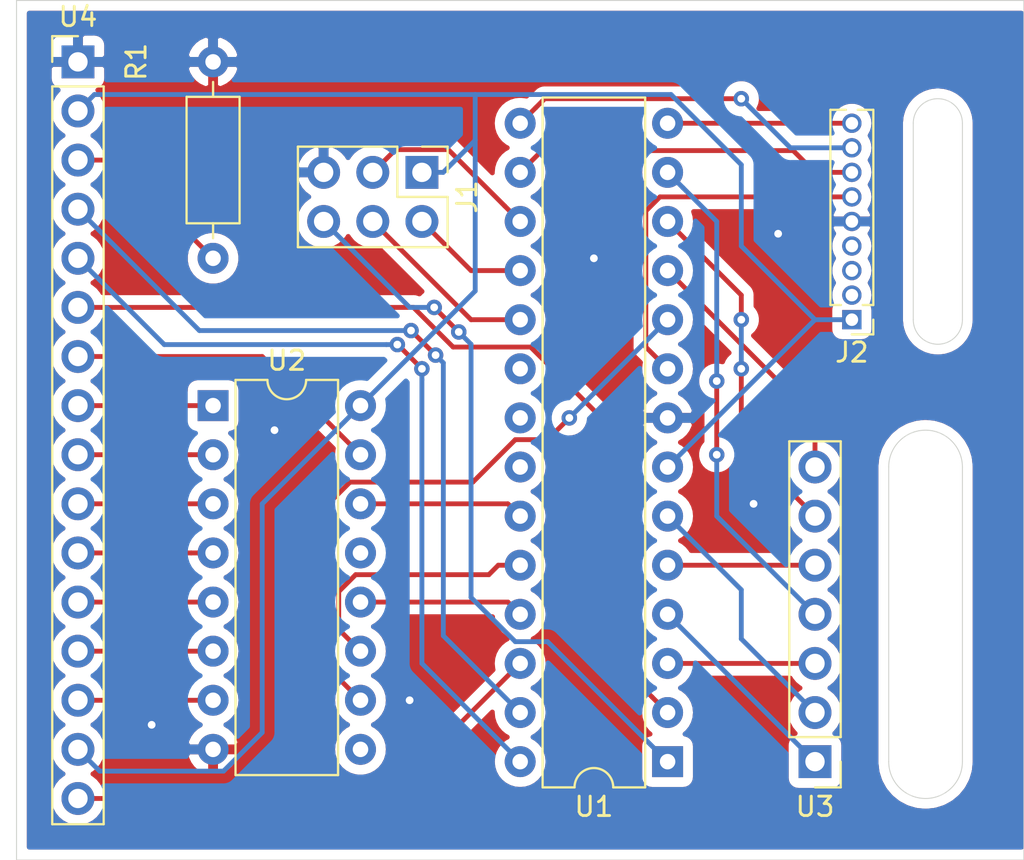
<source format=kicad_pcb>
(kicad_pcb (version 20171130) (host pcbnew "(5.1.4)-1")

  (general
    (thickness 1.6)
    (drawings 12)
    (tracks 147)
    (zones 0)
    (modules 7)
    (nets 43)
  )

  (page A4)
  (layers
    (0 F.Cu signal)
    (31 B.Cu signal)
    (32 B.Adhes user)
    (33 F.Adhes user)
    (34 B.Paste user)
    (35 F.Paste user)
    (36 B.SilkS user)
    (37 F.SilkS user)
    (38 B.Mask user)
    (39 F.Mask user)
    (40 Dwgs.User user)
    (41 Cmts.User user)
    (42 Eco1.User user)
    (43 Eco2.User user)
    (44 Edge.Cuts user)
    (45 Margin user)
    (46 B.CrtYd user)
    (47 F.CrtYd user)
    (48 B.Fab user)
    (49 F.Fab user)
  )

  (setup
    (last_trace_width 0.25)
    (trace_clearance 0.2)
    (zone_clearance 0.508)
    (zone_45_only no)
    (trace_min 0.2)
    (via_size 0.8)
    (via_drill 0.4)
    (via_min_size 0.4)
    (via_min_drill 0.3)
    (uvia_size 0.3)
    (uvia_drill 0.1)
    (uvias_allowed no)
    (uvia_min_size 0.2)
    (uvia_min_drill 0.1)
    (edge_width 0.05)
    (segment_width 0.2)
    (pcb_text_width 0.3)
    (pcb_text_size 1.5 1.5)
    (mod_edge_width 0.12)
    (mod_text_size 1 1)
    (mod_text_width 0.15)
    (pad_size 1.524 1.524)
    (pad_drill 0.762)
    (pad_to_mask_clearance 0.051)
    (solder_mask_min_width 0.25)
    (aux_axis_origin 0 0)
    (visible_elements FFFFFF7F)
    (pcbplotparams
      (layerselection 0x010fc_ffffffff)
      (usegerberextensions false)
      (usegerberattributes false)
      (usegerberadvancedattributes false)
      (creategerberjobfile false)
      (excludeedgelayer true)
      (linewidth 0.100000)
      (plotframeref false)
      (viasonmask false)
      (mode 1)
      (useauxorigin false)
      (hpglpennumber 1)
      (hpglpenspeed 20)
      (hpglpendiameter 15.000000)
      (psnegative false)
      (psa4output false)
      (plotreference true)
      (plotvalue true)
      (plotinvisibletext false)
      (padsonsilk false)
      (subtractmaskfromsilk false)
      (outputformat 1)
      (mirror false)
      (drillshape 1)
      (scaleselection 1)
      (outputdirectory ""))
  )

  (net 0 "")
  (net 1 RESET)
  (net 2 Earth)
  (net 3 SCK)
  (net 4 MOSI)
  (net 5 MISO)
  (net 6 5v)
  (net 7 CORRECT)
  (net 8 STRIKE)
  (net 9 DISARM)
  (net 10 LOWPOWER)
  (net 11 "Net-(J2-Pad4)")
  (net 12 "Net-(J2-Pad3)")
  (net 13 VIN)
  (net 14 "Net-(R1-Pad1)")
  (net 15 "Net-(U1-Pad28)")
  (net 16 "Net-(U1-Pad27)")
  (net 17 "Net-(U1-Pad13)")
  (net 18 "Net-(U1-Pad26)")
  (net 19 "Net-(U1-Pad12)")
  (net 20 "Net-(U1-Pad25)")
  (net 21 "Net-(U1-Pad11)")
  (net 22 "Net-(U1-Pad24)")
  (net 23 "Net-(U1-Pad10)")
  (net 24 "Net-(U1-Pad23)")
  (net 25 "Net-(U1-Pad22)")
  (net 26 "Net-(U1-Pad21)")
  (net 27 "Net-(U1-Pad20)")
  (net 28 "Net-(U1-Pad6)")
  (net 29 "Net-(U1-Pad5)")
  (net 30 "Net-(U1-Pad4)")
  (net 31 "Net-(U1-Pad3)")
  (net 32 "Net-(U1-Pad2)")
  (net 33 "Net-(U2-Pad15)")
  (net 34 "Net-(U2-Pad7)")
  (net 35 "Net-(U2-Pad6)")
  (net 36 "Net-(U2-Pad13)")
  (net 37 "Net-(U2-Pad5)")
  (net 38 "Net-(U2-Pad4)")
  (net 39 "Net-(U2-Pad3)")
  (net 40 "Net-(U2-Pad2)")
  (net 41 "Net-(U2-Pad9)")
  (net 42 "Net-(U2-Pad1)")

  (net_class Default "This is the default net class."
    (clearance 0.2)
    (trace_width 0.25)
    (via_dia 0.8)
    (via_drill 0.4)
    (uvia_dia 0.3)
    (uvia_drill 0.1)
    (add_net 5v)
    (add_net CORRECT)
    (add_net DISARM)
    (add_net Earth)
    (add_net LOWPOWER)
    (add_net MISO)
    (add_net MOSI)
    (add_net "Net-(J2-Pad3)")
    (add_net "Net-(J2-Pad4)")
    (add_net "Net-(R1-Pad1)")
    (add_net "Net-(U1-Pad10)")
    (add_net "Net-(U1-Pad11)")
    (add_net "Net-(U1-Pad12)")
    (add_net "Net-(U1-Pad13)")
    (add_net "Net-(U1-Pad2)")
    (add_net "Net-(U1-Pad20)")
    (add_net "Net-(U1-Pad21)")
    (add_net "Net-(U1-Pad22)")
    (add_net "Net-(U1-Pad23)")
    (add_net "Net-(U1-Pad24)")
    (add_net "Net-(U1-Pad25)")
    (add_net "Net-(U1-Pad26)")
    (add_net "Net-(U1-Pad27)")
    (add_net "Net-(U1-Pad28)")
    (add_net "Net-(U1-Pad3)")
    (add_net "Net-(U1-Pad4)")
    (add_net "Net-(U1-Pad5)")
    (add_net "Net-(U1-Pad6)")
    (add_net "Net-(U2-Pad1)")
    (add_net "Net-(U2-Pad13)")
    (add_net "Net-(U2-Pad15)")
    (add_net "Net-(U2-Pad2)")
    (add_net "Net-(U2-Pad3)")
    (add_net "Net-(U2-Pad4)")
    (add_net "Net-(U2-Pad5)")
    (add_net "Net-(U2-Pad6)")
    (add_net "Net-(U2-Pad7)")
    (add_net "Net-(U2-Pad9)")
    (add_net RESET)
    (add_net SCK)
    (add_net STRIKE)
    (add_net VIN)
  )

  (module Resistor_THT:R_Axial_DIN0207_L6.3mm_D2.5mm_P10.16mm_Horizontal (layer F.Cu) (tedit 5AE5139B) (tstamp 5DA1E9FE)
    (at 110.49 99.695 90)
    (descr "Resistor, Axial_DIN0207 series, Axial, Horizontal, pin pitch=10.16mm, 0.25W = 1/4W, length*diameter=6.3*2.5mm^2, http://cdn-reichelt.de/documents/datenblatt/B400/1_4W%23YAG.pdf")
    (tags "Resistor Axial_DIN0207 series Axial Horizontal pin pitch 10.16mm 0.25W = 1/4W length 6.3mm diameter 2.5mm")
    (path /5DA19ACD)
    (fp_text reference R1 (at 10.16 -3.97 90) (layer F.SilkS)
      (effects (font (size 1 1) (thickness 0.15)))
    )
    (fp_text value 10k (at 10.16 3.97 90) (layer F.Fab)
      (effects (font (size 1 1) (thickness 0.15)))
    )
    (fp_text user %R (at 10.16 0 90) (layer F.Fab)
      (effects (font (size 1 1) (thickness 0.15)))
    )
    (fp_line (start 11.21 -1.5) (end -1.05 -1.5) (layer F.CrtYd) (width 0.05))
    (fp_line (start 11.21 1.5) (end 11.21 -1.5) (layer F.CrtYd) (width 0.05))
    (fp_line (start -1.05 1.5) (end 11.21 1.5) (layer F.CrtYd) (width 0.05))
    (fp_line (start -1.05 -1.5) (end -1.05 1.5) (layer F.CrtYd) (width 0.05))
    (fp_line (start 9.12 0) (end 8.35 0) (layer F.SilkS) (width 0.12))
    (fp_line (start 1.04 0) (end 1.81 0) (layer F.SilkS) (width 0.12))
    (fp_line (start 8.35 -1.37) (end 1.81 -1.37) (layer F.SilkS) (width 0.12))
    (fp_line (start 8.35 1.37) (end 8.35 -1.37) (layer F.SilkS) (width 0.12))
    (fp_line (start 1.81 1.37) (end 8.35 1.37) (layer F.SilkS) (width 0.12))
    (fp_line (start 1.81 -1.37) (end 1.81 1.37) (layer F.SilkS) (width 0.12))
    (fp_line (start 10.16 0) (end 8.23 0) (layer F.Fab) (width 0.1))
    (fp_line (start 0 0) (end 1.93 0) (layer F.Fab) (width 0.1))
    (fp_line (start 8.23 -1.25) (end 1.93 -1.25) (layer F.Fab) (width 0.1))
    (fp_line (start 8.23 1.25) (end 8.23 -1.25) (layer F.Fab) (width 0.1))
    (fp_line (start 1.93 1.25) (end 8.23 1.25) (layer F.Fab) (width 0.1))
    (fp_line (start 1.93 -1.25) (end 1.93 1.25) (layer F.Fab) (width 0.1))
    (pad 2 thru_hole oval (at 10.16 0 90) (size 1.6 1.6) (drill 0.8) (layers *.Cu *.Mask)
      (net 2 Earth))
    (pad 1 thru_hole circle (at 0 0 90) (size 1.6 1.6) (drill 0.8) (layers *.Cu *.Mask)
      (net 14 "Net-(R1-Pad1)"))
    (model ${KISYS3DMOD}/Resistor_THT.3dshapes/R_Axial_DIN0207_L6.3mm_D2.5mm_P10.16mm_Horizontal.wrl
      (at (xyz 0 0 0))
      (scale (xyz 1 1 1))
      (rotate (xyz 0 0 0))
    )
  )

  (module Connector_PinHeader_2.54mm:PinHeader_1x16_P2.54mm_Vertical (layer F.Cu) (tedit 59FED5CC) (tstamp 5DA1EA91)
    (at 103.505 89.535)
    (descr "Through hole straight pin header, 1x16, 2.54mm pitch, single row")
    (tags "Through hole pin header THT 1x16 2.54mm single row")
    (path /5D822D57)
    (fp_text reference U4 (at 0 -2.33) (layer F.SilkS)
      (effects (font (size 1 1) (thickness 0.15)))
    )
    (fp_text value SUR1601B (at 0 40.43) (layer F.Fab)
      (effects (font (size 1 1) (thickness 0.15)))
    )
    (fp_text user %R (at 0 19.05 90) (layer F.Fab)
      (effects (font (size 1 1) (thickness 0.15)))
    )
    (fp_line (start 1.8 -1.8) (end -1.8 -1.8) (layer F.CrtYd) (width 0.05))
    (fp_line (start 1.8 39.9) (end 1.8 -1.8) (layer F.CrtYd) (width 0.05))
    (fp_line (start -1.8 39.9) (end 1.8 39.9) (layer F.CrtYd) (width 0.05))
    (fp_line (start -1.8 -1.8) (end -1.8 39.9) (layer F.CrtYd) (width 0.05))
    (fp_line (start -1.33 -1.33) (end 0 -1.33) (layer F.SilkS) (width 0.12))
    (fp_line (start -1.33 0) (end -1.33 -1.33) (layer F.SilkS) (width 0.12))
    (fp_line (start -1.33 1.27) (end 1.33 1.27) (layer F.SilkS) (width 0.12))
    (fp_line (start 1.33 1.27) (end 1.33 39.43) (layer F.SilkS) (width 0.12))
    (fp_line (start -1.33 1.27) (end -1.33 39.43) (layer F.SilkS) (width 0.12))
    (fp_line (start -1.33 39.43) (end 1.33 39.43) (layer F.SilkS) (width 0.12))
    (fp_line (start -1.27 -0.635) (end -0.635 -1.27) (layer F.Fab) (width 0.1))
    (fp_line (start -1.27 39.37) (end -1.27 -0.635) (layer F.Fab) (width 0.1))
    (fp_line (start 1.27 39.37) (end -1.27 39.37) (layer F.Fab) (width 0.1))
    (fp_line (start 1.27 -1.27) (end 1.27 39.37) (layer F.Fab) (width 0.1))
    (fp_line (start -0.635 -1.27) (end 1.27 -1.27) (layer F.Fab) (width 0.1))
    (pad 16 thru_hole oval (at 0 38.1) (size 1.7 1.7) (drill 1) (layers *.Cu *.Mask)
      (net 18 "Net-(U1-Pad26)"))
    (pad 15 thru_hole oval (at 0 35.56) (size 1.7 1.7) (drill 1) (layers *.Cu *.Mask)
      (net 6 5v))
    (pad 14 thru_hole oval (at 0 33.02) (size 1.7 1.7) (drill 1) (layers *.Cu *.Mask)
      (net 34 "Net-(U2-Pad7)"))
    (pad 13 thru_hole oval (at 0 30.48) (size 1.7 1.7) (drill 1) (layers *.Cu *.Mask)
      (net 35 "Net-(U2-Pad6)"))
    (pad 12 thru_hole oval (at 0 27.94) (size 1.7 1.7) (drill 1) (layers *.Cu *.Mask)
      (net 37 "Net-(U2-Pad5)"))
    (pad 11 thru_hole oval (at 0 25.4) (size 1.7 1.7) (drill 1) (layers *.Cu *.Mask)
      (net 38 "Net-(U2-Pad4)"))
    (pad 10 thru_hole oval (at 0 22.86) (size 1.7 1.7) (drill 1) (layers *.Cu *.Mask)
      (net 39 "Net-(U2-Pad3)"))
    (pad 9 thru_hole oval (at 0 20.32) (size 1.7 1.7) (drill 1) (layers *.Cu *.Mask)
      (net 40 "Net-(U2-Pad2)"))
    (pad 8 thru_hole oval (at 0 17.78) (size 1.7 1.7) (drill 1) (layers *.Cu *.Mask)
      (net 42 "Net-(U2-Pad1)"))
    (pad 7 thru_hole oval (at 0 15.24) (size 1.7 1.7) (drill 1) (layers *.Cu *.Mask)
      (net 33 "Net-(U2-Pad15)"))
    (pad 6 thru_hole oval (at 0 12.7) (size 1.7 1.7) (drill 1) (layers *.Cu *.Mask)
      (net 32 "Net-(U1-Pad2)"))
    (pad 5 thru_hole oval (at 0 10.16) (size 1.7 1.7) (drill 1) (layers *.Cu *.Mask)
      (net 15 "Net-(U1-Pad28)"))
    (pad 4 thru_hole oval (at 0 7.62) (size 1.7 1.7) (drill 1) (layers *.Cu *.Mask)
      (net 16 "Net-(U1-Pad27)"))
    (pad 3 thru_hole oval (at 0 5.08) (size 1.7 1.7) (drill 1) (layers *.Cu *.Mask)
      (net 14 "Net-(R1-Pad1)"))
    (pad 2 thru_hole oval (at 0 2.54) (size 1.7 1.7) (drill 1) (layers *.Cu *.Mask)
      (net 6 5v))
    (pad 1 thru_hole rect (at 0 0) (size 1.7 1.7) (drill 1) (layers *.Cu *.Mask)
      (net 2 Earth))
    (model ${KISYS3DMOD}/Connector_PinHeader_2.54mm.3dshapes/PinHeader_1x16_P2.54mm_Vertical.wrl
      (at (xyz 0 0 0))
      (scale (xyz 1 1 1))
      (rotate (xyz 0 0 0))
    )
  )

  (module Connector_PinHeader_2.54mm:PinHeader_1x07_P2.54mm_Vertical (layer F.Cu) (tedit 59FED5CC) (tstamp 5DA1EA6D)
    (at 141.605 125.73 180)
    (descr "Through hole straight pin header, 1x07, 2.54mm pitch, single row")
    (tags "Through hole pin header THT 1x07 2.54mm single row")
    (path /5D8220AC)
    (fp_text reference U3 (at 0 -2.33) (layer F.SilkS)
      (effects (font (size 1 1) (thickness 0.15)))
    )
    (fp_text value 3x4_Keypad (at 0 17.57) (layer F.Fab)
      (effects (font (size 1 1) (thickness 0.15)))
    )
    (fp_text user %R (at 0 7.62 90) (layer F.Fab)
      (effects (font (size 1 1) (thickness 0.15)))
    )
    (fp_line (start 1.8 -1.8) (end -1.8 -1.8) (layer F.CrtYd) (width 0.05))
    (fp_line (start 1.8 17.05) (end 1.8 -1.8) (layer F.CrtYd) (width 0.05))
    (fp_line (start -1.8 17.05) (end 1.8 17.05) (layer F.CrtYd) (width 0.05))
    (fp_line (start -1.8 -1.8) (end -1.8 17.05) (layer F.CrtYd) (width 0.05))
    (fp_line (start -1.33 -1.33) (end 0 -1.33) (layer F.SilkS) (width 0.12))
    (fp_line (start -1.33 0) (end -1.33 -1.33) (layer F.SilkS) (width 0.12))
    (fp_line (start -1.33 1.27) (end 1.33 1.27) (layer F.SilkS) (width 0.12))
    (fp_line (start 1.33 1.27) (end 1.33 16.57) (layer F.SilkS) (width 0.12))
    (fp_line (start -1.33 1.27) (end -1.33 16.57) (layer F.SilkS) (width 0.12))
    (fp_line (start -1.33 16.57) (end 1.33 16.57) (layer F.SilkS) (width 0.12))
    (fp_line (start -1.27 -0.635) (end -0.635 -1.27) (layer F.Fab) (width 0.1))
    (fp_line (start -1.27 16.51) (end -1.27 -0.635) (layer F.Fab) (width 0.1))
    (fp_line (start 1.27 16.51) (end -1.27 16.51) (layer F.Fab) (width 0.1))
    (fp_line (start 1.27 -1.27) (end 1.27 16.51) (layer F.Fab) (width 0.1))
    (fp_line (start -0.635 -1.27) (end 1.27 -1.27) (layer F.Fab) (width 0.1))
    (pad 7 thru_hole oval (at 0 15.24 180) (size 1.7 1.7) (drill 1) (layers *.Cu *.Mask)
      (net 21 "Net-(U1-Pad11)"))
    (pad 6 thru_hole oval (at 0 12.7 180) (size 1.7 1.7) (drill 1) (layers *.Cu *.Mask)
      (net 19 "Net-(U1-Pad12)"))
    (pad 5 thru_hole oval (at 0 10.16 180) (size 1.7 1.7) (drill 1) (layers *.Cu *.Mask)
      (net 29 "Net-(U1-Pad5)"))
    (pad 4 thru_hole oval (at 0 7.62 180) (size 1.7 1.7) (drill 1) (layers *.Cu *.Mask)
      (net 17 "Net-(U1-Pad13)"))
    (pad 3 thru_hole oval (at 0 5.08 180) (size 1.7 1.7) (drill 1) (layers *.Cu *.Mask)
      (net 31 "Net-(U1-Pad3)"))
    (pad 2 thru_hole oval (at 0 2.54 180) (size 1.7 1.7) (drill 1) (layers *.Cu *.Mask)
      (net 28 "Net-(U1-Pad6)"))
    (pad 1 thru_hole rect (at 0 0 180) (size 1.7 1.7) (drill 1) (layers *.Cu *.Mask)
      (net 30 "Net-(U1-Pad4)"))
    (model ${KISYS3DMOD}/Connector_PinHeader_2.54mm.3dshapes/PinHeader_1x07_P2.54mm_Vertical.wrl
      (at (xyz 0 0 0))
      (scale (xyz 1 1 1))
      (rotate (xyz 0 0 0))
    )
  )

  (module Package_DIP:DIP-16_W7.62mm (layer F.Cu) (tedit 5A02E8C5) (tstamp 5DA1EA52)
    (at 110.49 107.315)
    (descr "16-lead though-hole mounted DIP package, row spacing 7.62 mm (300 mils)")
    (tags "THT DIP DIL PDIP 2.54mm 7.62mm 300mil")
    (path /5D7F550F)
    (fp_text reference U2 (at 3.81 -2.33) (layer F.SilkS)
      (effects (font (size 1 1) (thickness 0.15)))
    )
    (fp_text value 74HC595 (at 3.81 20.11) (layer F.Fab)
      (effects (font (size 1 1) (thickness 0.15)))
    )
    (fp_text user %R (at 3.81 8.89) (layer F.Fab)
      (effects (font (size 1 1) (thickness 0.15)))
    )
    (fp_line (start 8.7 -1.55) (end -1.1 -1.55) (layer F.CrtYd) (width 0.05))
    (fp_line (start 8.7 19.3) (end 8.7 -1.55) (layer F.CrtYd) (width 0.05))
    (fp_line (start -1.1 19.3) (end 8.7 19.3) (layer F.CrtYd) (width 0.05))
    (fp_line (start -1.1 -1.55) (end -1.1 19.3) (layer F.CrtYd) (width 0.05))
    (fp_line (start 6.46 -1.33) (end 4.81 -1.33) (layer F.SilkS) (width 0.12))
    (fp_line (start 6.46 19.11) (end 6.46 -1.33) (layer F.SilkS) (width 0.12))
    (fp_line (start 1.16 19.11) (end 6.46 19.11) (layer F.SilkS) (width 0.12))
    (fp_line (start 1.16 -1.33) (end 1.16 19.11) (layer F.SilkS) (width 0.12))
    (fp_line (start 2.81 -1.33) (end 1.16 -1.33) (layer F.SilkS) (width 0.12))
    (fp_line (start 0.635 -0.27) (end 1.635 -1.27) (layer F.Fab) (width 0.1))
    (fp_line (start 0.635 19.05) (end 0.635 -0.27) (layer F.Fab) (width 0.1))
    (fp_line (start 6.985 19.05) (end 0.635 19.05) (layer F.Fab) (width 0.1))
    (fp_line (start 6.985 -1.27) (end 6.985 19.05) (layer F.Fab) (width 0.1))
    (fp_line (start 1.635 -1.27) (end 6.985 -1.27) (layer F.Fab) (width 0.1))
    (fp_arc (start 3.81 -1.33) (end 2.81 -1.33) (angle -180) (layer F.SilkS) (width 0.12))
    (pad 16 thru_hole oval (at 7.62 0) (size 1.6 1.6) (drill 0.8) (layers *.Cu *.Mask)
      (net 6 5v))
    (pad 8 thru_hole oval (at 0 17.78) (size 1.6 1.6) (drill 0.8) (layers *.Cu *.Mask)
      (net 2 Earth))
    (pad 15 thru_hole oval (at 7.62 2.54) (size 1.6 1.6) (drill 0.8) (layers *.Cu *.Mask)
      (net 33 "Net-(U2-Pad15)"))
    (pad 7 thru_hole oval (at 0 15.24) (size 1.6 1.6) (drill 0.8) (layers *.Cu *.Mask)
      (net 34 "Net-(U2-Pad7)"))
    (pad 14 thru_hole oval (at 7.62 5.08) (size 1.6 1.6) (drill 0.8) (layers *.Cu *.Mask)
      (net 24 "Net-(U1-Pad23)"))
    (pad 6 thru_hole oval (at 0 12.7) (size 1.6 1.6) (drill 0.8) (layers *.Cu *.Mask)
      (net 35 "Net-(U2-Pad6)"))
    (pad 13 thru_hole oval (at 7.62 7.62) (size 1.6 1.6) (drill 0.8) (layers *.Cu *.Mask)
      (net 36 "Net-(U2-Pad13)"))
    (pad 5 thru_hole oval (at 0 10.16) (size 1.6 1.6) (drill 0.8) (layers *.Cu *.Mask)
      (net 37 "Net-(U2-Pad5)"))
    (pad 12 thru_hole oval (at 7.62 10.16) (size 1.6 1.6) (drill 0.8) (layers *.Cu *.Mask)
      (net 20 "Net-(U1-Pad25)"))
    (pad 4 thru_hole oval (at 0 7.62) (size 1.6 1.6) (drill 0.8) (layers *.Cu *.Mask)
      (net 38 "Net-(U2-Pad4)"))
    (pad 11 thru_hole oval (at 7.62 12.7) (size 1.6 1.6) (drill 0.8) (layers *.Cu *.Mask)
      (net 22 "Net-(U1-Pad24)"))
    (pad 3 thru_hole oval (at 0 5.08) (size 1.6 1.6) (drill 0.8) (layers *.Cu *.Mask)
      (net 39 "Net-(U2-Pad3)"))
    (pad 10 thru_hole oval (at 7.62 15.24) (size 1.6 1.6) (drill 0.8) (layers *.Cu *.Mask)
      (net 23 "Net-(U1-Pad10)"))
    (pad 2 thru_hole oval (at 0 2.54) (size 1.6 1.6) (drill 0.8) (layers *.Cu *.Mask)
      (net 40 "Net-(U2-Pad2)"))
    (pad 9 thru_hole oval (at 7.62 17.78) (size 1.6 1.6) (drill 0.8) (layers *.Cu *.Mask)
      (net 41 "Net-(U2-Pad9)"))
    (pad 1 thru_hole rect (at 0 0) (size 1.6 1.6) (drill 0.8) (layers *.Cu *.Mask)
      (net 42 "Net-(U2-Pad1)"))
    (model ${KISYS3DMOD}/Package_DIP.3dshapes/DIP-16_W7.62mm.wrl
      (at (xyz 0 0 0))
      (scale (xyz 1 1 1))
      (rotate (xyz 0 0 0))
    )
  )

  (module Package_DIP:DIP-28_W7.62mm (layer F.Cu) (tedit 5A02E8C5) (tstamp 5DA1EA2E)
    (at 133.985 125.73 180)
    (descr "28-lead though-hole mounted DIP package, row spacing 7.62 mm (300 mils)")
    (tags "THT DIP DIL PDIP 2.54mm 7.62mm 300mil")
    (path /5D825400)
    (fp_text reference U1 (at 3.81 -2.33) (layer F.SilkS)
      (effects (font (size 1 1) (thickness 0.15)))
    )
    (fp_text value ATmega8-16PU (at 3.81 35.35) (layer F.Fab)
      (effects (font (size 1 1) (thickness 0.15)))
    )
    (fp_text user %R (at 3.81 16.51) (layer F.Fab)
      (effects (font (size 1 1) (thickness 0.15)))
    )
    (fp_line (start 8.7 -1.55) (end -1.1 -1.55) (layer F.CrtYd) (width 0.05))
    (fp_line (start 8.7 34.55) (end 8.7 -1.55) (layer F.CrtYd) (width 0.05))
    (fp_line (start -1.1 34.55) (end 8.7 34.55) (layer F.CrtYd) (width 0.05))
    (fp_line (start -1.1 -1.55) (end -1.1 34.55) (layer F.CrtYd) (width 0.05))
    (fp_line (start 6.46 -1.33) (end 4.81 -1.33) (layer F.SilkS) (width 0.12))
    (fp_line (start 6.46 34.35) (end 6.46 -1.33) (layer F.SilkS) (width 0.12))
    (fp_line (start 1.16 34.35) (end 6.46 34.35) (layer F.SilkS) (width 0.12))
    (fp_line (start 1.16 -1.33) (end 1.16 34.35) (layer F.SilkS) (width 0.12))
    (fp_line (start 2.81 -1.33) (end 1.16 -1.33) (layer F.SilkS) (width 0.12))
    (fp_line (start 0.635 -0.27) (end 1.635 -1.27) (layer F.Fab) (width 0.1))
    (fp_line (start 0.635 34.29) (end 0.635 -0.27) (layer F.Fab) (width 0.1))
    (fp_line (start 6.985 34.29) (end 0.635 34.29) (layer F.Fab) (width 0.1))
    (fp_line (start 6.985 -1.27) (end 6.985 34.29) (layer F.Fab) (width 0.1))
    (fp_line (start 1.635 -1.27) (end 6.985 -1.27) (layer F.Fab) (width 0.1))
    (fp_arc (start 3.81 -1.33) (end 2.81 -1.33) (angle -180) (layer F.SilkS) (width 0.12))
    (pad 28 thru_hole oval (at 7.62 0 180) (size 1.6 1.6) (drill 0.8) (layers *.Cu *.Mask)
      (net 15 "Net-(U1-Pad28)"))
    (pad 14 thru_hole oval (at 0 33.02 180) (size 1.6 1.6) (drill 0.8) (layers *.Cu *.Mask)
      (net 7 CORRECT))
    (pad 27 thru_hole oval (at 7.62 2.54 180) (size 1.6 1.6) (drill 0.8) (layers *.Cu *.Mask)
      (net 16 "Net-(U1-Pad27)"))
    (pad 13 thru_hole oval (at 0 30.48 180) (size 1.6 1.6) (drill 0.8) (layers *.Cu *.Mask)
      (net 17 "Net-(U1-Pad13)"))
    (pad 26 thru_hole oval (at 7.62 5.08 180) (size 1.6 1.6) (drill 0.8) (layers *.Cu *.Mask)
      (net 18 "Net-(U1-Pad26)"))
    (pad 12 thru_hole oval (at 0 27.94 180) (size 1.6 1.6) (drill 0.8) (layers *.Cu *.Mask)
      (net 19 "Net-(U1-Pad12)"))
    (pad 25 thru_hole oval (at 7.62 7.62 180) (size 1.6 1.6) (drill 0.8) (layers *.Cu *.Mask)
      (net 20 "Net-(U1-Pad25)"))
    (pad 11 thru_hole oval (at 0 25.4 180) (size 1.6 1.6) (drill 0.8) (layers *.Cu *.Mask)
      (net 21 "Net-(U1-Pad11)"))
    (pad 24 thru_hole oval (at 7.62 10.16 180) (size 1.6 1.6) (drill 0.8) (layers *.Cu *.Mask)
      (net 22 "Net-(U1-Pad24)"))
    (pad 10 thru_hole oval (at 0 22.86 180) (size 1.6 1.6) (drill 0.8) (layers *.Cu *.Mask)
      (net 23 "Net-(U1-Pad10)"))
    (pad 23 thru_hole oval (at 7.62 12.7 180) (size 1.6 1.6) (drill 0.8) (layers *.Cu *.Mask)
      (net 24 "Net-(U1-Pad23)"))
    (pad 9 thru_hole oval (at 0 20.32 180) (size 1.6 1.6) (drill 0.8) (layers *.Cu *.Mask)
      (net 10 LOWPOWER))
    (pad 22 thru_hole oval (at 7.62 15.24 180) (size 1.6 1.6) (drill 0.8) (layers *.Cu *.Mask)
      (net 25 "Net-(U1-Pad22)"))
    (pad 8 thru_hole oval (at 0 17.78 180) (size 1.6 1.6) (drill 0.8) (layers *.Cu *.Mask)
      (net 2 Earth))
    (pad 21 thru_hole oval (at 7.62 17.78 180) (size 1.6 1.6) (drill 0.8) (layers *.Cu *.Mask)
      (net 26 "Net-(U1-Pad21)"))
    (pad 7 thru_hole oval (at 0 15.24 180) (size 1.6 1.6) (drill 0.8) (layers *.Cu *.Mask)
      (net 6 5v))
    (pad 20 thru_hole oval (at 7.62 20.32 180) (size 1.6 1.6) (drill 0.8) (layers *.Cu *.Mask)
      (net 27 "Net-(U1-Pad20)"))
    (pad 6 thru_hole oval (at 0 12.7 180) (size 1.6 1.6) (drill 0.8) (layers *.Cu *.Mask)
      (net 28 "Net-(U1-Pad6)"))
    (pad 19 thru_hole oval (at 7.62 22.86 180) (size 1.6 1.6) (drill 0.8) (layers *.Cu *.Mask)
      (net 3 SCK))
    (pad 5 thru_hole oval (at 0 10.16 180) (size 1.6 1.6) (drill 0.8) (layers *.Cu *.Mask)
      (net 29 "Net-(U1-Pad5)"))
    (pad 18 thru_hole oval (at 7.62 25.4 180) (size 1.6 1.6) (drill 0.8) (layers *.Cu *.Mask)
      (net 5 MISO))
    (pad 4 thru_hole oval (at 0 7.62 180) (size 1.6 1.6) (drill 0.8) (layers *.Cu *.Mask)
      (net 30 "Net-(U1-Pad4)"))
    (pad 17 thru_hole oval (at 7.62 27.94 180) (size 1.6 1.6) (drill 0.8) (layers *.Cu *.Mask)
      (net 4 MOSI))
    (pad 3 thru_hole oval (at 0 5.08 180) (size 1.6 1.6) (drill 0.8) (layers *.Cu *.Mask)
      (net 31 "Net-(U1-Pad3)"))
    (pad 16 thru_hole oval (at 7.62 30.48 180) (size 1.6 1.6) (drill 0.8) (layers *.Cu *.Mask)
      (net 9 DISARM))
    (pad 2 thru_hole oval (at 0 2.54 180) (size 1.6 1.6) (drill 0.8) (layers *.Cu *.Mask)
      (net 32 "Net-(U1-Pad2)"))
    (pad 15 thru_hole oval (at 7.62 33.02 180) (size 1.6 1.6) (drill 0.8) (layers *.Cu *.Mask)
      (net 8 STRIKE))
    (pad 1 thru_hole rect (at 0 0 180) (size 1.6 1.6) (drill 0.8) (layers *.Cu *.Mask)
      (net 1 RESET))
    (model ${KISYS3DMOD}/Package_DIP.3dshapes/DIP-28_W7.62mm.wrl
      (at (xyz 0 0 0))
      (scale (xyz 1 1 1))
      (rotate (xyz 0 0 0))
    )
  )

  (module Connector_PinHeader_1.27mm:PinHeader_1x09_P1.27mm_Vertical (layer F.Cu) (tedit 59FED6E3) (tstamp 5DA1E9E7)
    (at 143.51 102.87 180)
    (descr "Through hole straight pin header, 1x09, 1.27mm pitch, single row")
    (tags "Through hole pin header THT 1x09 1.27mm single row")
    (path /5D86BF6C)
    (fp_text reference J2 (at 0 -1.695) (layer F.SilkS)
      (effects (font (size 1 1) (thickness 0.15)))
    )
    (fp_text value "Module Connector" (at 0 11.855) (layer F.Fab)
      (effects (font (size 1 1) (thickness 0.15)))
    )
    (fp_text user %R (at 0 5.08 90) (layer F.Fab)
      (effects (font (size 1 1) (thickness 0.15)))
    )
    (fp_line (start 1.55 -1.15) (end -1.55 -1.15) (layer F.CrtYd) (width 0.05))
    (fp_line (start 1.55 11.3) (end 1.55 -1.15) (layer F.CrtYd) (width 0.05))
    (fp_line (start -1.55 11.3) (end 1.55 11.3) (layer F.CrtYd) (width 0.05))
    (fp_line (start -1.55 -1.15) (end -1.55 11.3) (layer F.CrtYd) (width 0.05))
    (fp_line (start -1.11 -0.76) (end 0 -0.76) (layer F.SilkS) (width 0.12))
    (fp_line (start -1.11 0) (end -1.11 -0.76) (layer F.SilkS) (width 0.12))
    (fp_line (start 0.563471 0.76) (end 1.11 0.76) (layer F.SilkS) (width 0.12))
    (fp_line (start -1.11 0.76) (end -0.563471 0.76) (layer F.SilkS) (width 0.12))
    (fp_line (start 1.11 0.76) (end 1.11 10.855) (layer F.SilkS) (width 0.12))
    (fp_line (start -1.11 0.76) (end -1.11 10.855) (layer F.SilkS) (width 0.12))
    (fp_line (start 0.30753 10.855) (end 1.11 10.855) (layer F.SilkS) (width 0.12))
    (fp_line (start -1.11 10.855) (end -0.30753 10.855) (layer F.SilkS) (width 0.12))
    (fp_line (start -1.05 -0.11) (end -0.525 -0.635) (layer F.Fab) (width 0.1))
    (fp_line (start -1.05 10.795) (end -1.05 -0.11) (layer F.Fab) (width 0.1))
    (fp_line (start 1.05 10.795) (end -1.05 10.795) (layer F.Fab) (width 0.1))
    (fp_line (start 1.05 -0.635) (end 1.05 10.795) (layer F.Fab) (width 0.1))
    (fp_line (start -0.525 -0.635) (end 1.05 -0.635) (layer F.Fab) (width 0.1))
    (pad 9 thru_hole oval (at 0 10.16 180) (size 1 1) (drill 0.65) (layers *.Cu *.Mask)
      (net 7 CORRECT))
    (pad 8 thru_hole oval (at 0 8.89 180) (size 1 1) (drill 0.65) (layers *.Cu *.Mask)
      (net 8 STRIKE))
    (pad 7 thru_hole oval (at 0 7.62 180) (size 1 1) (drill 0.65) (layers *.Cu *.Mask)
      (net 9 DISARM))
    (pad 6 thru_hole oval (at 0 6.35 180) (size 1 1) (drill 0.65) (layers *.Cu *.Mask)
      (net 10 LOWPOWER))
    (pad 5 thru_hole oval (at 0 5.08 180) (size 1 1) (drill 0.65) (layers *.Cu *.Mask)
      (net 2 Earth))
    (pad 4 thru_hole oval (at 0 3.81 180) (size 1 1) (drill 0.65) (layers *.Cu *.Mask)
      (net 11 "Net-(J2-Pad4)"))
    (pad 3 thru_hole oval (at 0 2.54 180) (size 1 1) (drill 0.65) (layers *.Cu *.Mask)
      (net 12 "Net-(J2-Pad3)"))
    (pad 2 thru_hole oval (at 0 1.27 180) (size 1 1) (drill 0.65) (layers *.Cu *.Mask)
      (net 13 VIN))
    (pad 1 thru_hole rect (at 0 0 180) (size 1 1) (drill 0.65) (layers *.Cu *.Mask)
      (net 6 5v))
    (model ${KISYS3DMOD}/Connector_PinHeader_1.27mm.3dshapes/PinHeader_1x09_P1.27mm_Vertical.wrl
      (at (xyz 0 0 0))
      (scale (xyz 1 1 1))
      (rotate (xyz 0 0 0))
    )
  )

  (module Connector_PinHeader_2.54mm:PinHeader_2x03_P2.54mm_Vertical (layer F.Cu) (tedit 59FED5CC) (tstamp 5DA1E9C8)
    (at 121.285 95.25 270)
    (descr "Through hole straight pin header, 2x03, 2.54mm pitch, double rows")
    (tags "Through hole pin header THT 2x03 2.54mm double row")
    (path /5D7346A6)
    (fp_text reference J1 (at 1.27 -2.33 90) (layer F.SilkS)
      (effects (font (size 1 1) (thickness 0.15)))
    )
    (fp_text value ISP (at 1.27 7.41 90) (layer F.Fab)
      (effects (font (size 1 1) (thickness 0.15)))
    )
    (fp_text user %R (at 1.27 2.54) (layer F.Fab)
      (effects (font (size 1 1) (thickness 0.15)))
    )
    (fp_line (start 4.35 -1.8) (end -1.8 -1.8) (layer F.CrtYd) (width 0.05))
    (fp_line (start 4.35 6.85) (end 4.35 -1.8) (layer F.CrtYd) (width 0.05))
    (fp_line (start -1.8 6.85) (end 4.35 6.85) (layer F.CrtYd) (width 0.05))
    (fp_line (start -1.8 -1.8) (end -1.8 6.85) (layer F.CrtYd) (width 0.05))
    (fp_line (start -1.33 -1.33) (end 0 -1.33) (layer F.SilkS) (width 0.12))
    (fp_line (start -1.33 0) (end -1.33 -1.33) (layer F.SilkS) (width 0.12))
    (fp_line (start 1.27 -1.33) (end 3.87 -1.33) (layer F.SilkS) (width 0.12))
    (fp_line (start 1.27 1.27) (end 1.27 -1.33) (layer F.SilkS) (width 0.12))
    (fp_line (start -1.33 1.27) (end 1.27 1.27) (layer F.SilkS) (width 0.12))
    (fp_line (start 3.87 -1.33) (end 3.87 6.41) (layer F.SilkS) (width 0.12))
    (fp_line (start -1.33 1.27) (end -1.33 6.41) (layer F.SilkS) (width 0.12))
    (fp_line (start -1.33 6.41) (end 3.87 6.41) (layer F.SilkS) (width 0.12))
    (fp_line (start -1.27 0) (end 0 -1.27) (layer F.Fab) (width 0.1))
    (fp_line (start -1.27 6.35) (end -1.27 0) (layer F.Fab) (width 0.1))
    (fp_line (start 3.81 6.35) (end -1.27 6.35) (layer F.Fab) (width 0.1))
    (fp_line (start 3.81 -1.27) (end 3.81 6.35) (layer F.Fab) (width 0.1))
    (fp_line (start 0 -1.27) (end 3.81 -1.27) (layer F.Fab) (width 0.1))
    (pad 6 thru_hole oval (at 2.54 5.08 270) (size 1.7 1.7) (drill 1) (layers *.Cu *.Mask)
      (net 1 RESET))
    (pad 5 thru_hole oval (at 0 5.08 270) (size 1.7 1.7) (drill 1) (layers *.Cu *.Mask)
      (net 2 Earth))
    (pad 4 thru_hole oval (at 2.54 2.54 270) (size 1.7 1.7) (drill 1) (layers *.Cu *.Mask)
      (net 3 SCK))
    (pad 3 thru_hole oval (at 0 2.54 270) (size 1.7 1.7) (drill 1) (layers *.Cu *.Mask)
      (net 4 MOSI))
    (pad 2 thru_hole oval (at 2.54 0 270) (size 1.7 1.7) (drill 1) (layers *.Cu *.Mask)
      (net 5 MISO))
    (pad 1 thru_hole rect (at 0 0 270) (size 1.7 1.7) (drill 1) (layers *.Cu *.Mask)
      (net 6 5v))
    (model ${KISYS3DMOD}/Connector_PinHeader_2.54mm.3dshapes/PinHeader_2x03_P2.54mm_Vertical.wrl
      (at (xyz 0 0 0))
      (scale (xyz 1 1 1))
      (rotate (xyz 0 0 0))
    )
  )

  (gr_line (start 149.225 125.73) (end 149.225 110.49) (layer Edge.Cuts) (width 0.05) (tstamp 5DA200B6))
  (gr_line (start 145.415 110.49) (end 145.415 125.73) (layer Edge.Cuts) (width 0.05) (tstamp 5DA200B5))
  (gr_arc (start 147.32 125.73) (end 145.415 125.73) (angle -180) (layer Edge.Cuts) (width 0.05))
  (gr_arc (start 147.32 110.49) (end 149.225 110.49) (angle -180) (layer Edge.Cuts) (width 0.05))
  (gr_arc (start 147.955 102.87) (end 146.685 102.87) (angle -180) (layer Edge.Cuts) (width 0.05))
  (gr_arc (start 147.955 92.71) (end 149.225 92.71) (angle -180) (layer Edge.Cuts) (width 0.05))
  (gr_line (start 149.225 102.87) (end 149.225 92.71) (layer Edge.Cuts) (width 0.05) (tstamp 5DA1FF23))
  (gr_line (start 146.685 92.71) (end 146.685 102.87) (layer Edge.Cuts) (width 0.05) (tstamp 5DA1FF22))
  (gr_line (start 100.33 86.36) (end 152.4 86.36) (layer Edge.Cuts) (width 0.05) (tstamp 5DA1F185))
  (gr_line (start 100.33 130.81) (end 100.33 86.36) (layer Edge.Cuts) (width 0.05))
  (gr_line (start 152.4 130.81) (end 100.33 130.81) (layer Edge.Cuts) (width 0.05))
  (gr_line (start 152.4 86.36) (end 152.4 130.81) (layer Edge.Cuts) (width 0.05))

  (segment (start 126.114997 119.524999) (end 123.825 117.235002) (width 0.25) (layer B.Cu) (net 1))
  (segment (start 127.779999 119.524999) (end 126.114997 119.524999) (width 0.25) (layer B.Cu) (net 1))
  (segment (start 133.985 125.73) (end 127.779999 119.524999) (width 0.25) (layer B.Cu) (net 1))
  (via (at 123.19 103.505) (size 0.8) (drill 0.4) (layers F.Cu B.Cu) (net 1))
  (segment (start 123.825 117.235002) (end 123.825 104.14) (width 0.25) (layer B.Cu) (net 1))
  (segment (start 123.825 104.14) (end 123.19 103.505) (width 0.25) (layer B.Cu) (net 1))
  (segment (start 123.19 103.505) (end 121.92 102.235) (width 0.25) (layer F.Cu) (net 1))
  (via (at 121.92 102.235) (size 0.8) (drill 0.4) (layers F.Cu B.Cu) (net 1))
  (segment (start 120.65 102.235) (end 116.205 97.79) (width 0.25) (layer B.Cu) (net 1))
  (segment (start 121.92 102.235) (end 120.65 102.235) (width 0.25) (layer B.Cu) (net 1))
  (via (at 138.43 112.395) (size 0.8) (drill 0.4) (layers F.Cu B.Cu) (net 2))
  (via (at 113.665 108.585) (size 0.8) (drill 0.4) (layers F.Cu B.Cu) (net 2))
  (via (at 130.175 99.695) (size 0.8) (drill 0.4) (layers F.Cu B.Cu) (net 2))
  (via (at 139.7 98.425) (size 0.8) (drill 0.4) (layers F.Cu B.Cu) (net 2))
  (via (at 107.315 123.825) (size 0.8) (drill 0.4) (layers F.Cu B.Cu) (net 2))
  (via (at 120.65 122.555) (size 0.8) (drill 0.4) (layers F.Cu B.Cu) (net 2))
  (segment (start 123.825 102.87) (end 126.365 102.87) (width 0.25) (layer F.Cu) (net 3))
  (segment (start 118.745 97.79) (end 123.825 102.87) (width 0.25) (layer F.Cu) (net 3))
  (segment (start 125.565001 96.990001) (end 126.365 97.79) (width 0.25) (layer F.Cu) (net 4))
  (segment (start 122.649999 94.074999) (end 125.565001 96.990001) (width 0.25) (layer F.Cu) (net 4))
  (segment (start 119.920001 94.074999) (end 122.649999 94.074999) (width 0.25) (layer F.Cu) (net 4))
  (segment (start 118.745 95.25) (end 119.920001 94.074999) (width 0.25) (layer F.Cu) (net 4))
  (segment (start 123.825 100.33) (end 126.365 100.33) (width 0.25) (layer F.Cu) (net 5))
  (segment (start 121.285 97.79) (end 123.825 100.33) (width 0.25) (layer F.Cu) (net 5))
  (segment (start 103.505 92.075) (end 104.354999 91.225001) (width 0.25) (layer B.Cu) (net 6))
  (segment (start 104.354999 91.225001) (end 124.039999 91.225001) (width 0.25) (layer B.Cu) (net 6))
  (segment (start 122.385 95.25) (end 121.285 95.25) (width 0.25) (layer B.Cu) (net 6))
  (segment (start 124.039999 93.595001) (end 122.385 95.25) (width 0.25) (layer B.Cu) (net 6))
  (segment (start 124.039999 93.559999) (end 124.039999 93.595001) (width 0.25) (layer B.Cu) (net 6))
  (segment (start 124.039999 91.225001) (end 124.039999 93.559999) (width 0.25) (layer B.Cu) (net 6))
  (segment (start 111.030001 126.220001) (end 113.03 124.220002) (width 0.25) (layer B.Cu) (net 6))
  (segment (start 103.505 125.095) (end 104.630001 126.220001) (width 0.25) (layer B.Cu) (net 6))
  (segment (start 104.630001 126.220001) (end 111.030001 126.220001) (width 0.25) (layer B.Cu) (net 6))
  (segment (start 113.03 112.395) (end 118.11 107.315) (width 0.25) (layer B.Cu) (net 6))
  (segment (start 113.03 124.220002) (end 113.03 112.395) (width 0.25) (layer B.Cu) (net 6))
  (segment (start 124.039999 93.559999) (end 124.039999 101.385001) (width 0.25) (layer B.Cu) (net 6))
  (segment (start 124.039999 101.385001) (end 118.11 107.315) (width 0.25) (layer B.Cu) (net 6))
  (segment (start 141.605 102.87) (end 143.51 102.87) (width 0.25) (layer B.Cu) (net 6))
  (segment (start 133.985 110.49) (end 141.605 102.87) (width 0.25) (layer B.Cu) (net 6))
  (segment (start 134.165003 91.225001) (end 124.039999 91.225001) (width 0.25) (layer B.Cu) (net 6))
  (segment (start 137.795 94.854998) (end 134.165003 91.225001) (width 0.25) (layer B.Cu) (net 6))
  (segment (start 141.605 102.87) (end 137.795 99.06) (width 0.25) (layer B.Cu) (net 6))
  (segment (start 137.795 99.06) (end 137.795 94.854998) (width 0.25) (layer B.Cu) (net 6))
  (segment (start 133.985 92.71) (end 141.605 92.71) (width 0.25) (layer F.Cu) (net 7))
  (segment (start 141.605 92.71) (end 143.51 92.71) (width 0.25) (layer F.Cu) (net 7))
  (segment (start 127.164999 91.910001) (end 126.365 92.71) (width 0.25) (layer F.Cu) (net 8))
  (segment (start 127.490001 91.584999) (end 127.164999 91.910001) (width 0.25) (layer F.Cu) (net 8))
  (segment (start 127.490001 91.584999) (end 127.635 91.44) (width 0.25) (layer F.Cu) (net 8))
  (via (at 137.795 91.44) (size 0.8) (drill 0.4) (layers F.Cu B.Cu) (net 8))
  (segment (start 127.635 91.44) (end 137.795 91.44) (width 0.25) (layer F.Cu) (net 8))
  (segment (start 140.335 93.98) (end 143.51 93.98) (width 0.25) (layer B.Cu) (net 8))
  (segment (start 137.795 91.44) (end 140.335 93.98) (width 0.25) (layer B.Cu) (net 8))
  (segment (start 141.605 95.25) (end 143.51 95.25) (width 0.25) (layer F.Cu) (net 9))
  (segment (start 140.479999 94.124999) (end 141.605 95.25) (width 0.25) (layer F.Cu) (net 9))
  (segment (start 126.365 95.25) (end 127.490001 94.124999) (width 0.25) (layer F.Cu) (net 9))
  (segment (start 127.490001 94.124999) (end 140.479999 94.124999) (width 0.25) (layer F.Cu) (net 9))
  (segment (start 141.605 96.52) (end 143.51 96.52) (width 0.25) (layer F.Cu) (net 10))
  (segment (start 133.589998 96.52) (end 141.605 96.52) (width 0.25) (layer F.Cu) (net 10))
  (segment (start 132.859999 97.249999) (end 133.589998 96.52) (width 0.25) (layer F.Cu) (net 10))
  (segment (start 133.985 105.41) (end 132.859999 104.284999) (width 0.25) (layer F.Cu) (net 10))
  (segment (start 132.859999 104.284999) (end 132.859999 97.249999) (width 0.25) (layer F.Cu) (net 10))
  (segment (start 105.41 94.615) (end 103.505 94.615) (width 0.25) (layer F.Cu) (net 14))
  (segment (start 110.49 99.695) (end 105.41 94.615) (width 0.25) (layer F.Cu) (net 14))
  (via (at 120.015 104.157895) (size 0.8) (drill 0.4) (layers F.Cu B.Cu) (net 15))
  (segment (start 103.505 99.695) (end 107.967895 104.157895) (width 0.25) (layer B.Cu) (net 15))
  (segment (start 119.449315 104.157895) (end 120.015 104.157895) (width 0.25) (layer B.Cu) (net 15))
  (segment (start 107.967895 104.157895) (end 119.449315 104.157895) (width 0.25) (layer B.Cu) (net 15))
  (segment (start 121.285 105.41) (end 120.032895 104.157895) (width 0.25) (layer F.Cu) (net 15))
  (segment (start 120.032895 104.157895) (end 120.015 104.157895) (width 0.25) (layer F.Cu) (net 15))
  (via (at 121.285 105.41) (size 0.8) (drill 0.4) (layers F.Cu B.Cu) (net 15))
  (segment (start 121.285 105.975685) (end 121.285 105.41) (width 0.25) (layer B.Cu) (net 15))
  (segment (start 126.365 125.73) (end 121.285 120.65) (width 0.25) (layer B.Cu) (net 15))
  (segment (start 121.285 120.65) (end 121.285 105.975685) (width 0.25) (layer B.Cu) (net 15))
  (segment (start 109.782885 103.432885) (end 103.505 97.155) (width 0.25) (layer B.Cu) (net 16))
  (segment (start 120.65 103.505) (end 120.722115 103.432885) (width 0.25) (layer F.Cu) (net 16))
  (segment (start 120.559998 103.414998) (end 120.65 103.505) (width 0.25) (layer F.Cu) (net 16))
  (via (at 120.722115 103.432885) (size 0.8) (drill 0.4) (layers F.Cu B.Cu) (net 16))
  (segment (start 120.722115 103.432885) (end 109.782885 103.432885) (width 0.25) (layer B.Cu) (net 16))
  (via (at 121.992115 104.702885) (size 0.8) (drill 0.4) (layers F.Cu B.Cu) (net 16))
  (segment (start 121.992115 104.702885) (end 120.722115 103.432885) (width 0.25) (layer F.Cu) (net 16))
  (segment (start 126.365 123.19) (end 122.392114 119.217114) (width 0.25) (layer B.Cu) (net 16))
  (segment (start 122.392114 105.102884) (end 121.992115 104.702885) (width 0.25) (layer B.Cu) (net 16))
  (segment (start 122.392114 119.217114) (end 122.392114 105.102884) (width 0.25) (layer B.Cu) (net 16))
  (via (at 136.525 109.855) (size 0.8) (drill 0.4) (layers F.Cu B.Cu) (net 17))
  (segment (start 141.605 118.11) (end 136.525 113.03) (width 0.25) (layer B.Cu) (net 17))
  (segment (start 136.525 113.03) (end 136.525 109.855) (width 0.25) (layer B.Cu) (net 17))
  (via (at 136.525 106.045) (size 0.8) (drill 0.4) (layers F.Cu B.Cu) (net 17))
  (segment (start 136.525 109.855) (end 136.525 106.045) (width 0.25) (layer F.Cu) (net 17))
  (segment (start 136.525 106.045) (end 136.525 97.79) (width 0.25) (layer B.Cu) (net 17))
  (segment (start 136.525 97.79) (end 134.784999 96.049999) (width 0.25) (layer B.Cu) (net 17))
  (segment (start 134.784999 96.049999) (end 133.985 95.25) (width 0.25) (layer B.Cu) (net 17))
  (segment (start 119.38 127.635) (end 126.365 120.65) (width 0.25) (layer F.Cu) (net 18))
  (segment (start 103.505 127.635) (end 119.38 127.635) (width 0.25) (layer F.Cu) (net 18))
  (via (at 137.795 102.87) (size 0.8) (drill 0.4) (layers F.Cu B.Cu) (net 19))
  (segment (start 137.795 101.6) (end 137.795 102.87) (width 0.25) (layer F.Cu) (net 19))
  (segment (start 133.985 97.79) (end 137.795 101.6) (width 0.25) (layer F.Cu) (net 19))
  (via (at 137.795 105.41) (size 0.8) (drill 0.4) (layers F.Cu B.Cu) (net 19))
  (segment (start 137.795 102.87) (end 137.795 105.41) (width 0.25) (layer B.Cu) (net 19))
  (segment (start 137.795 109.22) (end 141.605 113.03) (width 0.25) (layer F.Cu) (net 19))
  (segment (start 137.795 105.41) (end 137.795 109.22) (width 0.25) (layer F.Cu) (net 19))
  (segment (start 125.73 117.475) (end 126.365 118.11) (width 0.25) (layer F.Cu) (net 20))
  (segment (start 118.11 117.475) (end 125.73 117.475) (width 0.25) (layer F.Cu) (net 20))
  (segment (start 141.605 107.95) (end 141.605 110.49) (width 0.25) (layer F.Cu) (net 21))
  (segment (start 133.985 100.33) (end 141.605 107.95) (width 0.25) (layer F.Cu) (net 21))
  (segment (start 125.23363 115.57) (end 126.365 115.57) (width 0.25) (layer F.Cu) (net 22))
  (segment (start 124.743629 116.060001) (end 125.23363 115.57) (width 0.25) (layer F.Cu) (net 22))
  (segment (start 117.859997 116.060001) (end 124.743629 116.060001) (width 0.25) (layer F.Cu) (net 22))
  (segment (start 116.984999 116.934999) (end 117.859997 116.060001) (width 0.25) (layer F.Cu) (net 22))
  (segment (start 116.984999 118.889999) (end 116.984999 116.934999) (width 0.25) (layer F.Cu) (net 22))
  (segment (start 118.11 120.015) (end 116.984999 118.889999) (width 0.25) (layer F.Cu) (net 22))
  (via (at 128.905 107.95) (size 0.8) (drill 0.4) (layers F.Cu B.Cu) (net 23))
  (segment (start 127.779999 109.075001) (end 128.905 107.95) (width 0.25) (layer F.Cu) (net 23))
  (segment (start 118.11 122.555) (end 115.57 120.015) (width 0.25) (layer F.Cu) (net 23))
  (segment (start 115.57 113.269998) (end 117.569999 111.269999) (width 0.25) (layer F.Cu) (net 23))
  (segment (start 115.57 120.015) (end 115.57 113.269998) (width 0.25) (layer F.Cu) (net 23))
  (segment (start 117.569999 111.269999) (end 123.919999 111.269999) (width 0.25) (layer F.Cu) (net 23))
  (segment (start 123.919999 111.269999) (end 126.114997 109.075001) (width 0.25) (layer F.Cu) (net 23))
  (segment (start 126.114997 109.075001) (end 127.779999 109.075001) (width 0.25) (layer F.Cu) (net 23))
  (segment (start 128.905 107.95) (end 130.81 106.045) (width 0.25) (layer B.Cu) (net 23))
  (segment (start 130.81 106.045) (end 133.985 102.87) (width 0.25) (layer B.Cu) (net 23))
  (segment (start 125.73 112.395) (end 126.365 113.03) (width 0.25) (layer F.Cu) (net 24))
  (segment (start 118.11 112.395) (end 125.73 112.395) (width 0.25) (layer F.Cu) (net 24))
  (segment (start 137.795 116.84) (end 133.985 113.03) (width 0.25) (layer B.Cu) (net 28))
  (segment (start 141.605 123.19) (end 137.795 119.38) (width 0.25) (layer B.Cu) (net 28))
  (segment (start 137.795 119.38) (end 137.795 116.84) (width 0.25) (layer B.Cu) (net 28))
  (segment (start 133.985 115.57) (end 141.605 115.57) (width 0.25) (layer F.Cu) (net 29))
  (segment (start 141.605 125.73) (end 133.985 118.11) (width 0.25) (layer B.Cu) (net 30))
  (segment (start 140.402919 120.65) (end 133.985 120.65) (width 0.25) (layer F.Cu) (net 31))
  (segment (start 141.605 120.65) (end 140.402919 120.65) (width 0.25) (layer F.Cu) (net 31))
  (segment (start 122.896995 104.284999) (end 126.905001 104.284999) (width 0.25) (layer F.Cu) (net 32))
  (segment (start 133.185001 122.390001) (end 133.985 123.19) (width 0.25) (layer F.Cu) (net 32))
  (segment (start 126.905001 104.284999) (end 132.08 109.459998) (width 0.25) (layer F.Cu) (net 32))
  (segment (start 132.08 121.285) (end 133.185001 122.390001) (width 0.25) (layer F.Cu) (net 32))
  (segment (start 120.846996 102.235) (end 122.896995 104.284999) (width 0.25) (layer F.Cu) (net 32))
  (segment (start 132.08 109.459998) (end 132.08 121.285) (width 0.25) (layer F.Cu) (net 32))
  (segment (start 103.505 102.235) (end 120.846996 102.235) (width 0.25) (layer F.Cu) (net 32))
  (segment (start 113.03 104.775) (end 103.505 104.775) (width 0.25) (layer F.Cu) (net 33))
  (segment (start 118.11 109.855) (end 113.03 104.775) (width 0.25) (layer F.Cu) (net 33))
  (segment (start 103.505 122.555) (end 110.49 122.555) (width 0.25) (layer F.Cu) (net 34))
  (segment (start 110.49 120.015) (end 103.505 120.015) (width 0.25) (layer F.Cu) (net 35))
  (segment (start 103.505 117.475) (end 110.49 117.475) (width 0.25) (layer F.Cu) (net 37))
  (segment (start 109.35863 114.935) (end 103.505 114.935) (width 0.25) (layer F.Cu) (net 38))
  (segment (start 110.49 114.935) (end 109.35863 114.935) (width 0.25) (layer F.Cu) (net 38))
  (segment (start 103.505 112.395) (end 110.49 112.395) (width 0.25) (layer F.Cu) (net 39))
  (segment (start 109.35863 109.855) (end 103.505 109.855) (width 0.25) (layer F.Cu) (net 40))
  (segment (start 110.49 109.855) (end 109.35863 109.855) (width 0.25) (layer F.Cu) (net 40))
  (segment (start 103.505 107.315) (end 110.49 107.315) (width 0.25) (layer F.Cu) (net 42))

  (zone (net 2) (net_name Earth) (layer F.Cu) (tstamp 5DA1FC72) (hatch edge 0.508)
    (connect_pads (clearance 0.508))
    (min_thickness 0.254)
    (fill yes (arc_segments 32) (thermal_gap 0.508) (thermal_bridge_width 0.508))
    (polygon
      (pts
        (xy 100.33 86.36) (xy 152.4 86.36) (xy 152.4 130.81) (xy 100.33 130.81)
      )
    )
    (filled_polygon
      (pts
        (xy 152.273 130.15) (xy 100.99 130.15) (xy 100.99 92.075) (xy 102.012815 92.075) (xy 102.041487 92.366111)
        (xy 102.126401 92.646034) (xy 102.264294 92.904014) (xy 102.449866 93.130134) (xy 102.675986 93.315706) (xy 102.730791 93.345)
        (xy 102.675986 93.374294) (xy 102.449866 93.559866) (xy 102.264294 93.785986) (xy 102.126401 94.043966) (xy 102.041487 94.323889)
        (xy 102.012815 94.615) (xy 102.041487 94.906111) (xy 102.126401 95.186034) (xy 102.264294 95.444014) (xy 102.449866 95.670134)
        (xy 102.675986 95.855706) (xy 102.730791 95.885) (xy 102.675986 95.914294) (xy 102.449866 96.099866) (xy 102.264294 96.325986)
        (xy 102.126401 96.583966) (xy 102.041487 96.863889) (xy 102.012815 97.155) (xy 102.041487 97.446111) (xy 102.126401 97.726034)
        (xy 102.264294 97.984014) (xy 102.449866 98.210134) (xy 102.675986 98.395706) (xy 102.730791 98.425) (xy 102.675986 98.454294)
        (xy 102.449866 98.639866) (xy 102.264294 98.865986) (xy 102.126401 99.123966) (xy 102.041487 99.403889) (xy 102.012815 99.695)
        (xy 102.041487 99.986111) (xy 102.126401 100.266034) (xy 102.264294 100.524014) (xy 102.449866 100.750134) (xy 102.675986 100.935706)
        (xy 102.730791 100.965) (xy 102.675986 100.994294) (xy 102.449866 101.179866) (xy 102.264294 101.405986) (xy 102.126401 101.663966)
        (xy 102.041487 101.943889) (xy 102.012815 102.235) (xy 102.041487 102.526111) (xy 102.126401 102.806034) (xy 102.264294 103.064014)
        (xy 102.449866 103.290134) (xy 102.675986 103.475706) (xy 102.730791 103.505) (xy 102.675986 103.534294) (xy 102.449866 103.719866)
        (xy 102.264294 103.945986) (xy 102.126401 104.203966) (xy 102.041487 104.483889) (xy 102.012815 104.775) (xy 102.041487 105.066111)
        (xy 102.126401 105.346034) (xy 102.264294 105.604014) (xy 102.449866 105.830134) (xy 102.675986 106.015706) (xy 102.730791 106.045)
        (xy 102.675986 106.074294) (xy 102.449866 106.259866) (xy 102.264294 106.485986) (xy 102.126401 106.743966) (xy 102.041487 107.023889)
        (xy 102.012815 107.315) (xy 102.041487 107.606111) (xy 102.126401 107.886034) (xy 102.264294 108.144014) (xy 102.449866 108.370134)
        (xy 102.675986 108.555706) (xy 102.730791 108.585) (xy 102.675986 108.614294) (xy 102.449866 108.799866) (xy 102.264294 109.025986)
        (xy 102.126401 109.283966) (xy 102.041487 109.563889) (xy 102.012815 109.855) (xy 102.041487 110.146111) (xy 102.126401 110.426034)
        (xy 102.264294 110.684014) (xy 102.449866 110.910134) (xy 102.675986 111.095706) (xy 102.730791 111.125) (xy 102.675986 111.154294)
        (xy 102.449866 111.339866) (xy 102.264294 111.565986) (xy 102.126401 111.823966) (xy 102.041487 112.103889) (xy 102.012815 112.395)
        (xy 102.041487 112.686111) (xy 102.126401 112.966034) (xy 102.264294 113.224014) (xy 102.449866 113.450134) (xy 102.675986 113.635706)
        (xy 102.730791 113.665) (xy 102.675986 113.694294) (xy 102.449866 113.879866) (xy 102.264294 114.105986) (xy 102.126401 114.363966)
        (xy 102.041487 114.643889) (xy 102.012815 114.935) (xy 102.041487 115.226111) (xy 102.126401 115.506034) (xy 102.264294 115.764014)
        (xy 102.449866 115.990134) (xy 102.675986 116.175706) (xy 102.730791 116.205) (xy 102.675986 116.234294) (xy 102.449866 116.419866)
        (xy 102.264294 116.645986) (xy 102.126401 116.903966) (xy 102.041487 117.183889) (xy 102.012815 117.475) (xy 102.041487 117.766111)
        (xy 102.126401 118.046034) (xy 102.264294 118.304014) (xy 102.449866 118.530134) (xy 102.675986 118.715706) (xy 102.730791 118.745)
        (xy 102.675986 118.774294) (xy 102.449866 118.959866) (xy 102.264294 119.185986) (xy 102.126401 119.443966) (xy 102.041487 119.723889)
        (xy 102.012815 120.015) (xy 102.041487 120.306111) (xy 102.126401 120.586034) (xy 102.264294 120.844014) (xy 102.449866 121.070134)
        (xy 102.675986 121.255706) (xy 102.730791 121.285) (xy 102.675986 121.314294) (xy 102.449866 121.499866) (xy 102.264294 121.725986)
        (xy 102.126401 121.983966) (xy 102.041487 122.263889) (xy 102.012815 122.555) (xy 102.041487 122.846111) (xy 102.126401 123.126034)
        (xy 102.264294 123.384014) (xy 102.449866 123.610134) (xy 102.675986 123.795706) (xy 102.730791 123.825) (xy 102.675986 123.854294)
        (xy 102.449866 124.039866) (xy 102.264294 124.265986) (xy 102.126401 124.523966) (xy 102.041487 124.803889) (xy 102.012815 125.095)
        (xy 102.041487 125.386111) (xy 102.126401 125.666034) (xy 102.264294 125.924014) (xy 102.449866 126.150134) (xy 102.675986 126.335706)
        (xy 102.730791 126.365) (xy 102.675986 126.394294) (xy 102.449866 126.579866) (xy 102.264294 126.805986) (xy 102.126401 127.063966)
        (xy 102.041487 127.343889) (xy 102.012815 127.635) (xy 102.041487 127.926111) (xy 102.126401 128.206034) (xy 102.264294 128.464014)
        (xy 102.449866 128.690134) (xy 102.675986 128.875706) (xy 102.933966 129.013599) (xy 103.213889 129.098513) (xy 103.43205 129.12)
        (xy 103.57795 129.12) (xy 103.796111 129.098513) (xy 104.076034 129.013599) (xy 104.334014 128.875706) (xy 104.560134 128.690134)
        (xy 104.745706 128.464014) (xy 104.782595 128.395) (xy 119.342678 128.395) (xy 119.38 128.398676) (xy 119.417322 128.395)
        (xy 119.417333 128.395) (xy 119.528986 128.384003) (xy 119.672247 128.340546) (xy 119.804276 128.269974) (xy 119.920001 128.175001)
        (xy 119.943804 128.145997) (xy 124.925598 123.164204) (xy 124.923057 123.19) (xy 124.950764 123.471309) (xy 125.032818 123.741808)
        (xy 125.166068 123.991101) (xy 125.345392 124.209608) (xy 125.563899 124.388932) (xy 125.696858 124.46) (xy 125.563899 124.531068)
        (xy 125.345392 124.710392) (xy 125.166068 124.928899) (xy 125.032818 125.178192) (xy 124.950764 125.448691) (xy 124.923057 125.73)
        (xy 124.950764 126.011309) (xy 125.032818 126.281808) (xy 125.166068 126.531101) (xy 125.345392 126.749608) (xy 125.563899 126.928932)
        (xy 125.813192 127.062182) (xy 126.083691 127.144236) (xy 126.294508 127.165) (xy 126.435492 127.165) (xy 126.646309 127.144236)
        (xy 126.916808 127.062182) (xy 127.166101 126.928932) (xy 127.384608 126.749608) (xy 127.563932 126.531101) (xy 127.697182 126.281808)
        (xy 127.779236 126.011309) (xy 127.806943 125.73) (xy 127.779236 125.448691) (xy 127.697182 125.178192) (xy 127.563932 124.928899)
        (xy 127.384608 124.710392) (xy 127.166101 124.531068) (xy 127.033142 124.46) (xy 127.166101 124.388932) (xy 127.384608 124.209608)
        (xy 127.563932 123.991101) (xy 127.697182 123.741808) (xy 127.779236 123.471309) (xy 127.806943 123.19) (xy 127.779236 122.908691)
        (xy 127.697182 122.638192) (xy 127.563932 122.388899) (xy 127.384608 122.170392) (xy 127.166101 121.991068) (xy 127.033142 121.92)
        (xy 127.166101 121.848932) (xy 127.384608 121.669608) (xy 127.563932 121.451101) (xy 127.697182 121.201808) (xy 127.779236 120.931309)
        (xy 127.806943 120.65) (xy 127.779236 120.368691) (xy 127.697182 120.098192) (xy 127.563932 119.848899) (xy 127.384608 119.630392)
        (xy 127.166101 119.451068) (xy 127.033142 119.38) (xy 127.166101 119.308932) (xy 127.384608 119.129608) (xy 127.563932 118.911101)
        (xy 127.697182 118.661808) (xy 127.779236 118.391309) (xy 127.806943 118.11) (xy 127.779236 117.828691) (xy 127.697182 117.558192)
        (xy 127.563932 117.308899) (xy 127.384608 117.090392) (xy 127.166101 116.911068) (xy 127.033142 116.84) (xy 127.166101 116.768932)
        (xy 127.384608 116.589608) (xy 127.563932 116.371101) (xy 127.697182 116.121808) (xy 127.779236 115.851309) (xy 127.806943 115.57)
        (xy 127.779236 115.288691) (xy 127.697182 115.018192) (xy 127.563932 114.768899) (xy 127.384608 114.550392) (xy 127.166101 114.371068)
        (xy 127.033142 114.3) (xy 127.166101 114.228932) (xy 127.384608 114.049608) (xy 127.563932 113.831101) (xy 127.697182 113.581808)
        (xy 127.779236 113.311309) (xy 127.806943 113.03) (xy 127.779236 112.748691) (xy 127.697182 112.478192) (xy 127.563932 112.228899)
        (xy 127.384608 112.010392) (xy 127.166101 111.831068) (xy 127.033142 111.76) (xy 127.166101 111.688932) (xy 127.384608 111.509608)
        (xy 127.563932 111.291101) (xy 127.697182 111.041808) (xy 127.779236 110.771309) (xy 127.806943 110.49) (xy 127.779236 110.208691)
        (xy 127.697182 109.938192) (xy 127.642025 109.835001) (xy 127.742677 109.835001) (xy 127.779999 109.838677) (xy 127.817321 109.835001)
        (xy 127.817332 109.835001) (xy 127.928985 109.824004) (xy 128.072246 109.780547) (xy 128.204275 109.709975) (xy 128.32 109.615002)
        (xy 128.343803 109.585999) (xy 128.944802 108.985) (xy 129.006939 108.985) (xy 129.206898 108.945226) (xy 129.395256 108.867205)
        (xy 129.564774 108.753937) (xy 129.708937 108.609774) (xy 129.822205 108.440256) (xy 129.87002 108.32482) (xy 131.32 109.7748)
        (xy 131.320001 121.247668) (xy 131.316324 121.285) (xy 131.320001 121.322333) (xy 131.327553 121.399003) (xy 131.330998 121.433985)
        (xy 131.374454 121.577246) (xy 131.445026 121.709276) (xy 131.499592 121.775764) (xy 131.54 121.825001) (xy 131.568998 121.848799)
        (xy 132.584292 122.864095) (xy 132.570764 122.908691) (xy 132.543057 123.19) (xy 132.570764 123.471309) (xy 132.652818 123.741808)
        (xy 132.786068 123.991101) (xy 132.965392 124.209608) (xy 133.078482 124.302419) (xy 133.060518 124.304188) (xy 132.94082 124.340498)
        (xy 132.830506 124.399463) (xy 132.733815 124.478815) (xy 132.654463 124.575506) (xy 132.595498 124.68582) (xy 132.559188 124.805518)
        (xy 132.546928 124.93) (xy 132.546928 126.53) (xy 132.559188 126.654482) (xy 132.595498 126.77418) (xy 132.654463 126.884494)
        (xy 132.733815 126.981185) (xy 132.830506 127.060537) (xy 132.94082 127.119502) (xy 133.060518 127.155812) (xy 133.185 127.168072)
        (xy 134.785 127.168072) (xy 134.909482 127.155812) (xy 135.02918 127.119502) (xy 135.139494 127.060537) (xy 135.236185 126.981185)
        (xy 135.315537 126.884494) (xy 135.374502 126.77418) (xy 135.410812 126.654482) (xy 135.423072 126.53) (xy 135.423072 124.93)
        (xy 135.410812 124.805518) (xy 135.374502 124.68582) (xy 135.315537 124.575506) (xy 135.236185 124.478815) (xy 135.139494 124.399463)
        (xy 135.02918 124.340498) (xy 134.909482 124.304188) (xy 134.891518 124.302419) (xy 135.004608 124.209608) (xy 135.183932 123.991101)
        (xy 135.317182 123.741808) (xy 135.399236 123.471309) (xy 135.426943 123.19) (xy 135.399236 122.908691) (xy 135.317182 122.638192)
        (xy 135.183932 122.388899) (xy 135.004608 122.170392) (xy 134.786101 121.991068) (xy 134.653142 121.92) (xy 134.786101 121.848932)
        (xy 135.004608 121.669608) (xy 135.183932 121.451101) (xy 135.205901 121.41) (xy 140.327405 121.41) (xy 140.364294 121.479014)
        (xy 140.549866 121.705134) (xy 140.775986 121.890706) (xy 140.830791 121.92) (xy 140.775986 121.949294) (xy 140.549866 122.134866)
        (xy 140.364294 122.360986) (xy 140.226401 122.618966) (xy 140.141487 122.898889) (xy 140.112815 123.19) (xy 140.141487 123.481111)
        (xy 140.226401 123.761034) (xy 140.364294 124.019014) (xy 140.549866 124.245134) (xy 140.579687 124.269607) (xy 140.51082 124.290498)
        (xy 140.400506 124.349463) (xy 140.303815 124.428815) (xy 140.224463 124.525506) (xy 140.165498 124.63582) (xy 140.129188 124.755518)
        (xy 140.116928 124.88) (xy 140.116928 126.58) (xy 140.129188 126.704482) (xy 140.165498 126.82418) (xy 140.224463 126.934494)
        (xy 140.303815 127.031185) (xy 140.400506 127.110537) (xy 140.51082 127.169502) (xy 140.630518 127.205812) (xy 140.755 127.218072)
        (xy 142.455 127.218072) (xy 142.579482 127.205812) (xy 142.69918 127.169502) (xy 142.809494 127.110537) (xy 142.906185 127.031185)
        (xy 142.985537 126.934494) (xy 143.044502 126.82418) (xy 143.080812 126.704482) (xy 143.093072 126.58) (xy 143.093072 124.88)
        (xy 143.080812 124.755518) (xy 143.044502 124.63582) (xy 142.985537 124.525506) (xy 142.906185 124.428815) (xy 142.809494 124.349463)
        (xy 142.69918 124.290498) (xy 142.630313 124.269607) (xy 142.660134 124.245134) (xy 142.845706 124.019014) (xy 142.983599 123.761034)
        (xy 143.068513 123.481111) (xy 143.097185 123.19) (xy 143.068513 122.898889) (xy 142.983599 122.618966) (xy 142.845706 122.360986)
        (xy 142.660134 122.134866) (xy 142.434014 121.949294) (xy 142.379209 121.92) (xy 142.434014 121.890706) (xy 142.660134 121.705134)
        (xy 142.845706 121.479014) (xy 142.983599 121.221034) (xy 143.068513 120.941111) (xy 143.097185 120.65) (xy 143.068513 120.358889)
        (xy 142.983599 120.078966) (xy 142.845706 119.820986) (xy 142.660134 119.594866) (xy 142.434014 119.409294) (xy 142.379209 119.38)
        (xy 142.434014 119.350706) (xy 142.660134 119.165134) (xy 142.845706 118.939014) (xy 142.983599 118.681034) (xy 143.068513 118.401111)
        (xy 143.097185 118.11) (xy 143.068513 117.818889) (xy 142.983599 117.538966) (xy 142.845706 117.280986) (xy 142.660134 117.054866)
        (xy 142.434014 116.869294) (xy 142.379209 116.84) (xy 142.434014 116.810706) (xy 142.660134 116.625134) (xy 142.845706 116.399014)
        (xy 142.983599 116.141034) (xy 143.068513 115.861111) (xy 143.097185 115.57) (xy 143.068513 115.278889) (xy 142.983599 114.998966)
        (xy 142.845706 114.740986) (xy 142.660134 114.514866) (xy 142.434014 114.329294) (xy 142.379209 114.3) (xy 142.434014 114.270706)
        (xy 142.660134 114.085134) (xy 142.845706 113.859014) (xy 142.983599 113.601034) (xy 143.068513 113.321111) (xy 143.097185 113.03)
        (xy 143.068513 112.738889) (xy 142.983599 112.458966) (xy 142.845706 112.200986) (xy 142.660134 111.974866) (xy 142.434014 111.789294)
        (xy 142.379209 111.76) (xy 142.434014 111.730706) (xy 142.660134 111.545134) (xy 142.845706 111.319014) (xy 142.983599 111.061034)
        (xy 143.068513 110.781111) (xy 143.097185 110.49) (xy 143.093993 110.457582) (xy 144.755 110.457582) (xy 144.755001 125.762419)
        (xy 144.758336 125.79628) (xy 144.758336 125.821003) (xy 144.759299 125.830167) (xy 144.800742 126.199641) (xy 144.813175 126.25813)
        (xy 144.824798 126.316833) (xy 144.827523 126.325636) (xy 144.939941 126.680023) (xy 144.963501 126.734991) (xy 144.986302 126.790311)
        (xy 144.990685 126.798417) (xy 145.169797 127.12422) (xy 145.203601 127.173589) (xy 145.236695 127.223401) (xy 145.242569 127.230502)
        (xy 145.481551 127.515309) (xy 145.524265 127.557137) (xy 145.566441 127.599609) (xy 145.573582 127.605433) (xy 145.863333 127.838399)
        (xy 145.913396 127.871159) (xy 145.96298 127.904604) (xy 145.971117 127.90893) (xy 146.300598 128.081179) (xy 146.356044 128.103581)
        (xy 146.411207 128.126769) (xy 146.420029 128.129432) (xy 146.776694 128.234404) (xy 146.835425 128.245608) (xy 146.894049 128.257642)
        (xy 146.90322 128.258541) (xy 147.27348 128.292238) (xy 147.333299 128.29182) (xy 147.393117 128.292238) (xy 147.402288 128.291338)
        (xy 147.772043 128.252475) (xy 147.830636 128.240447) (xy 147.889399 128.229238) (xy 147.898221 128.226575) (xy 148.253385 128.116633)
        (xy 148.308536 128.093449) (xy 148.363992 128.071044) (xy 148.372128 128.066717) (xy 148.699173 127.889886) (xy 148.748774 127.85643)
        (xy 148.798821 127.82368) (xy 148.805962 127.817855) (xy 149.092432 127.580867) (xy 149.134588 127.538415) (xy 149.177321 127.496569)
        (xy 149.183195 127.489468) (xy 149.418178 127.201351) (xy 149.451283 127.151524) (xy 149.485078 127.102168) (xy 149.489461 127.094062)
        (xy 149.664006 126.76579) (xy 149.686799 126.710489) (xy 149.710366 126.655504) (xy 149.713091 126.646701) (xy 149.820551 126.290778)
        (xy 149.832172 126.232086) (xy 149.844607 126.173585) (xy 149.84557 126.16442) (xy 149.88185 125.794404) (xy 149.88185 125.794402)
        (xy 149.885 125.762419) (xy 149.885 110.457581) (xy 149.881664 110.42371) (xy 149.881664 110.398997) (xy 149.880701 110.389833)
        (xy 149.839258 110.020359) (xy 149.826825 109.96187) (xy 149.815202 109.903167) (xy 149.812477 109.894364) (xy 149.700059 109.539977)
        (xy 149.676487 109.484981) (xy 149.653698 109.429689) (xy 149.649315 109.421583) (xy 149.470203 109.09578) (xy 149.43641 109.046426)
        (xy 149.403305 108.996599) (xy 149.39743 108.989498) (xy 149.158449 108.70469) (xy 149.115699 108.662827) (xy 149.073559 108.620391)
        (xy 149.066417 108.614567) (xy 148.776667 108.381601) (xy 148.726615 108.348848) (xy 148.67702 108.315395) (xy 148.668883 108.311069)
        (xy 148.339401 108.138821) (xy 148.283969 108.116425) (xy 148.228793 108.093231) (xy 148.219971 108.090568) (xy 147.863306 107.985596)
        (xy 147.804601 107.974398) (xy 147.745951 107.962358) (xy 147.73678 107.961459) (xy 147.36652 107.927762) (xy 147.306702 107.92818)
        (xy 147.246883 107.927762) (xy 147.237712 107.928662) (xy 146.867958 107.967525) (xy 146.809371 107.979551) (xy 146.750601 107.990762)
        (xy 146.741779 107.993426) (xy 146.386615 108.103367) (xy 146.331464 108.126551) (xy 146.276008 108.148956) (xy 146.267872 108.153283)
        (xy 145.940827 108.330115) (xy 145.891285 108.363531) (xy 145.841178 108.39632) (xy 145.834037 108.402145) (xy 145.547568 108.639134)
        (xy 145.505448 108.681549) (xy 145.462679 108.723431) (xy 145.456805 108.730532) (xy 145.221822 109.018649) (xy 145.188728 109.06846)
        (xy 145.154922 109.117832) (xy 145.150539 109.125938) (xy 144.975994 109.45421) (xy 144.953201 109.509511) (xy 144.929634 109.564496)
        (xy 144.926909 109.5733) (xy 144.819449 109.929222) (xy 144.807826 109.987922) (xy 144.795393 110.046416) (xy 144.79443 110.05558)
        (xy 144.75815 110.425596) (xy 144.755 110.457582) (xy 143.093993 110.457582) (xy 143.068513 110.198889) (xy 142.983599 109.918966)
        (xy 142.845706 109.660986) (xy 142.660134 109.434866) (xy 142.434014 109.249294) (xy 142.365 109.212405) (xy 142.365 107.987322)
        (xy 142.368676 107.949999) (xy 142.365 107.912676) (xy 142.365 107.912667) (xy 142.354003 107.801014) (xy 142.310546 107.657753)
        (xy 142.239974 107.525724) (xy 142.145001 107.409999) (xy 142.116003 107.386201) (xy 138.42418 103.694379) (xy 138.454774 103.673937)
        (xy 138.598937 103.529774) (xy 138.712205 103.360256) (xy 138.790226 103.171898) (xy 138.83 102.971939) (xy 138.83 102.768061)
        (xy 138.790226 102.568102) (xy 138.712205 102.379744) (xy 138.598937 102.210226) (xy 138.555 102.166289) (xy 138.555 101.637325)
        (xy 138.558676 101.6) (xy 138.555 101.562675) (xy 138.555 101.562667) (xy 138.544003 101.451014) (xy 138.500546 101.307753)
        (xy 138.429974 101.175724) (xy 138.335001 101.059999) (xy 138.306004 101.036202) (xy 136.329802 99.06) (xy 142.369509 99.06)
        (xy 142.391423 99.282499) (xy 142.456324 99.496447) (xy 142.561716 99.693623) (xy 142.562846 99.695) (xy 142.561716 99.696377)
        (xy 142.456324 99.893553) (xy 142.391423 100.107501) (xy 142.369509 100.33) (xy 142.391423 100.552499) (xy 142.456324 100.766447)
        (xy 142.561716 100.963623) (xy 142.562846 100.965) (xy 142.561716 100.966377) (xy 142.456324 101.163553) (xy 142.391423 101.377501)
        (xy 142.369509 101.6) (xy 142.391423 101.822499) (xy 142.456324 102.036447) (xy 142.462297 102.047621) (xy 142.420498 102.12582)
        (xy 142.384188 102.245518) (xy 142.371928 102.37) (xy 142.371928 103.37) (xy 142.384188 103.494482) (xy 142.420498 103.61418)
        (xy 142.479463 103.724494) (xy 142.558815 103.821185) (xy 142.655506 103.900537) (xy 142.76582 103.959502) (xy 142.885518 103.995812)
        (xy 143.01 104.008072) (xy 144.01 104.008072) (xy 144.134482 103.995812) (xy 144.25418 103.959502) (xy 144.364494 103.900537)
        (xy 144.461185 103.821185) (xy 144.540537 103.724494) (xy 144.599502 103.61418) (xy 144.635812 103.494482) (xy 144.648072 103.37)
        (xy 144.648072 102.37) (xy 144.635812 102.245518) (xy 144.599502 102.12582) (xy 144.557703 102.047621) (xy 144.563676 102.036447)
        (xy 144.628577 101.822499) (xy 144.650491 101.6) (xy 144.628577 101.377501) (xy 144.563676 101.163553) (xy 144.458284 100.966377)
        (xy 144.457154 100.965) (xy 144.458284 100.963623) (xy 144.563676 100.766447) (xy 144.628577 100.552499) (xy 144.650491 100.33)
        (xy 144.628577 100.107501) (xy 144.563676 99.893553) (xy 144.458284 99.696377) (xy 144.457154 99.695) (xy 144.458284 99.693623)
        (xy 144.563676 99.496447) (xy 144.628577 99.282499) (xy 144.650491 99.06) (xy 144.628577 98.837501) (xy 144.563676 98.623553)
        (xy 144.458284 98.426377) (xy 144.450274 98.416617) (xy 144.497123 98.350206) (xy 144.587446 98.146864) (xy 144.604119 98.091874)
        (xy 144.477954 97.917) (xy 143.637 97.917) (xy 143.637 97.932017) (xy 143.565752 97.925) (xy 143.454248 97.925)
        (xy 143.383 97.932017) (xy 143.383 97.917) (xy 142.542046 97.917) (xy 142.415881 98.091874) (xy 142.432554 98.146864)
        (xy 142.522877 98.350206) (xy 142.569726 98.416617) (xy 142.561716 98.426377) (xy 142.456324 98.623553) (xy 142.391423 98.837501)
        (xy 142.369509 99.06) (xy 136.329802 99.06) (xy 135.385708 98.115906) (xy 135.399236 98.071309) (xy 135.426943 97.79)
        (xy 135.399236 97.508691) (xy 135.329864 97.28) (xy 142.500576 97.28) (xy 142.432554 97.433136) (xy 142.415881 97.488126)
        (xy 142.542046 97.663) (xy 143.383 97.663) (xy 143.383 97.647983) (xy 143.454248 97.655) (xy 143.565752 97.655)
        (xy 143.637 97.647983) (xy 143.637 97.663) (xy 144.477954 97.663) (xy 144.604119 97.488126) (xy 144.587446 97.433136)
        (xy 144.497123 97.229794) (xy 144.450274 97.163383) (xy 144.458284 97.153623) (xy 144.563676 96.956447) (xy 144.628577 96.742499)
        (xy 144.650491 96.52) (xy 144.628577 96.297501) (xy 144.563676 96.083553) (xy 144.458284 95.886377) (xy 144.457154 95.885)
        (xy 144.458284 95.883623) (xy 144.563676 95.686447) (xy 144.628577 95.472499) (xy 144.650491 95.25) (xy 144.628577 95.027501)
        (xy 144.563676 94.813553) (xy 144.458284 94.616377) (xy 144.457154 94.615) (xy 144.458284 94.613623) (xy 144.563676 94.416447)
        (xy 144.628577 94.202499) (xy 144.650491 93.98) (xy 144.628577 93.757501) (xy 144.563676 93.543553) (xy 144.458284 93.346377)
        (xy 144.457154 93.345) (xy 144.458284 93.343623) (xy 144.563676 93.146447) (xy 144.628577 92.932499) (xy 144.650491 92.71)
        (xy 144.647299 92.677582) (xy 146.025 92.677582) (xy 146.025001 102.902419) (xy 146.028274 102.935651) (xy 146.028274 102.952137)
        (xy 146.029237 102.961302) (xy 146.056866 103.207618) (xy 146.069297 103.266098) (xy 146.080921 103.324808) (xy 146.083647 103.333611)
        (xy 146.158592 103.569869) (xy 146.182146 103.624824) (xy 146.204953 103.680158) (xy 146.209336 103.688264) (xy 146.328744 103.905466)
        (xy 146.362518 103.954791) (xy 146.395643 104.004648) (xy 146.401517 104.011749) (xy 146.56084 104.201621) (xy 146.603569 104.243465)
        (xy 146.645727 104.285918) (xy 146.652868 104.291742) (xy 146.846035 104.447053) (xy 146.896099 104.479814) (xy 146.945685 104.51326)
        (xy 146.953821 104.517586) (xy 147.173476 104.632418) (xy 147.22888 104.654802) (xy 147.284081 104.678007) (xy 147.292903 104.68067)
        (xy 147.530679 104.750652) (xy 147.589441 104.761861) (xy 147.648038 104.77389) (xy 147.657209 104.774789) (xy 147.904049 104.797253)
        (xy 147.963866 104.796835) (xy 148.023682 104.797253) (xy 148.032853 104.796354) (xy 148.279357 104.770446) (xy 148.337986 104.758411)
        (xy 148.396716 104.747208) (xy 148.405532 104.744546) (xy 148.405536 104.744545) (xy 148.405539 104.744544) (xy 148.642314 104.671249)
        (xy 148.697457 104.648069) (xy 148.75292 104.625661) (xy 148.761054 104.621335) (xy 148.761059 104.621333) (xy 148.761064 104.62133)
        (xy 148.979086 104.503447) (xy 149.028654 104.470012) (xy 149.078735 104.437241) (xy 149.085876 104.431416) (xy 149.276856 104.273423)
        (xy 149.318995 104.230988) (xy 149.361745 104.189125) (xy 149.367618 104.182024) (xy 149.524273 103.989947) (xy 149.557374 103.940125)
        (xy 149.591173 103.890763) (xy 149.595556 103.882657) (xy 149.711919 103.663809) (xy 149.734707 103.608521) (xy 149.758279 103.553525)
        (xy 149.761003 103.544722) (xy 149.832643 103.307441) (xy 149.844264 103.248754) (xy 149.8567 103.190248) (xy 149.857663 103.181083)
        (xy 149.88185 102.934405) (xy 149.88185 102.934402) (xy 149.885 102.902419) (xy 149.885 92.677581) (xy 149.881726 92.644339)
        (xy 149.881726 92.627863) (xy 149.880763 92.618698) (xy 149.853134 92.372382) (xy 149.840695 92.313865) (xy 149.829078 92.255192)
        (xy 149.826353 92.246389) (xy 149.751408 92.010131) (xy 149.727868 91.955209) (xy 149.705048 91.899842) (xy 149.700664 91.891736)
        (xy 149.581256 91.674534) (xy 149.547457 91.625171) (xy 149.514357 91.575352) (xy 149.508483 91.568252) (xy 149.349161 91.378379)
        (xy 149.306412 91.336516) (xy 149.264273 91.294082) (xy 149.257132 91.288258) (xy 149.063965 91.132947) (xy 149.013901 91.100186)
        (xy 148.964315 91.06674) (xy 148.956186 91.062418) (xy 148.956181 91.062415) (xy 148.956176 91.062413) (xy 148.736524 90.947582)
        (xy 148.681058 90.925173) (xy 148.625919 90.901994) (xy 148.617097 90.89933) (xy 148.379321 90.829348) (xy 148.320559 90.818139)
        (xy 148.261962 90.80611) (xy 148.252791 90.805211) (xy 148.005951 90.782747) (xy 147.946135 90.783165) (xy 147.886318 90.782747)
        (xy 147.877147 90.783646) (xy 147.630644 90.809554) (xy 147.572028 90.821586) (xy 147.513284 90.832792) (xy 147.504462 90.835456)
        (xy 147.267686 90.908751) (xy 147.212555 90.931926) (xy 147.15708 90.954339) (xy 147.148944 90.958666) (xy 146.930914 91.076554)
        (xy 146.881346 91.109988) (xy 146.831265 91.14276) (xy 146.824124 91.148584) (xy 146.633144 91.306577) (xy 146.591005 91.349012)
        (xy 146.548255 91.390875) (xy 146.542381 91.397976) (xy 146.385727 91.590054) (xy 146.352655 91.639831) (xy 146.318826 91.689237)
        (xy 146.314444 91.697343) (xy 146.198081 91.916191) (xy 146.175298 91.971468) (xy 146.151721 92.026475) (xy 146.148997 92.035278)
        (xy 146.077357 92.272559) (xy 146.065736 92.331246) (xy 146.0533 92.389752) (xy 146.052337 92.398917) (xy 146.028158 92.645515)
        (xy 146.025 92.677582) (xy 144.647299 92.677582) (xy 144.628577 92.487501) (xy 144.563676 92.273553) (xy 144.458284 92.076377)
        (xy 144.316449 91.903551) (xy 144.143623 91.761716) (xy 143.946447 91.656324) (xy 143.732499 91.591423) (xy 143.565752 91.575)
        (xy 143.454248 91.575) (xy 143.287501 91.591423) (xy 143.073553 91.656324) (xy 142.876377 91.761716) (xy 142.703551 91.903551)
        (xy 142.665431 91.95) (xy 138.699013 91.95) (xy 138.712205 91.930256) (xy 138.790226 91.741898) (xy 138.83 91.541939)
        (xy 138.83 91.338061) (xy 138.790226 91.138102) (xy 138.712205 90.949744) (xy 138.598937 90.780226) (xy 138.454774 90.636063)
        (xy 138.285256 90.522795) (xy 138.096898 90.444774) (xy 137.896939 90.405) (xy 137.693061 90.405) (xy 137.493102 90.444774)
        (xy 137.304744 90.522795) (xy 137.135226 90.636063) (xy 137.091289 90.68) (xy 127.672333 90.68) (xy 127.635 90.676323)
        (xy 127.597667 90.68) (xy 127.486014 90.690997) (xy 127.342753 90.734454) (xy 127.210724 90.805026) (xy 127.094999 90.899999)
        (xy 127.071196 90.929003) (xy 126.690907 91.309292) (xy 126.646309 91.295764) (xy 126.435492 91.275) (xy 126.294508 91.275)
        (xy 126.083691 91.295764) (xy 125.813192 91.377818) (xy 125.563899 91.511068) (xy 125.345392 91.690392) (xy 125.166068 91.908899)
        (xy 125.032818 92.158192) (xy 124.950764 92.428691) (xy 124.923057 92.71) (xy 124.950764 92.991309) (xy 125.032818 93.261808)
        (xy 125.166068 93.511101) (xy 125.345392 93.729608) (xy 125.563899 93.908932) (xy 125.696858 93.98) (xy 125.563899 94.051068)
        (xy 125.345392 94.230392) (xy 125.166068 94.448899) (xy 125.032818 94.698192) (xy 124.950764 94.968691) (xy 124.923057 95.25)
        (xy 124.925598 95.275796) (xy 123.213803 93.564002) (xy 123.19 93.534998) (xy 123.074275 93.440025) (xy 122.942246 93.369453)
        (xy 122.798985 93.325996) (xy 122.687332 93.314999) (xy 122.687321 93.314999) (xy 122.649999 93.311323) (xy 122.612677 93.314999)
        (xy 119.957323 93.314999) (xy 119.92 93.311323) (xy 119.882677 93.314999) (xy 119.882668 93.314999) (xy 119.771015 93.325996)
        (xy 119.627754 93.369453) (xy 119.495725 93.440025) (xy 119.38 93.534998) (xy 119.356202 93.563996) (xy 119.110995 93.809203)
        (xy 119.036111 93.786487) (xy 118.81795 93.765) (xy 118.67205 93.765) (xy 118.453889 93.786487) (xy 118.173966 93.871401)
        (xy 117.915986 94.009294) (xy 117.689866 94.194866) (xy 117.504294 94.420986) (xy 117.469799 94.485523) (xy 117.400178 94.368645)
        (xy 117.205269 94.152412) (xy 116.97192 93.978359) (xy 116.709099 93.853175) (xy 116.56189 93.808524) (xy 116.332 93.929845)
        (xy 116.332 95.123) (xy 116.352 95.123) (xy 116.352 95.377) (xy 116.332 95.377) (xy 116.332 95.397)
        (xy 116.078 95.397) (xy 116.078 95.377) (xy 114.884186 95.377) (xy 114.763519 95.606891) (xy 114.860843 95.881252)
        (xy 115.009822 96.131355) (xy 115.204731 96.347588) (xy 115.433756 96.518416) (xy 115.375986 96.549294) (xy 115.149866 96.734866)
        (xy 114.964294 96.960986) (xy 114.826401 97.218966) (xy 114.741487 97.498889) (xy 114.712815 97.79) (xy 114.741487 98.081111)
        (xy 114.826401 98.361034) (xy 114.964294 98.619014) (xy 115.149866 98.845134) (xy 115.375986 99.030706) (xy 115.633966 99.168599)
        (xy 115.913889 99.253513) (xy 116.13205 99.275) (xy 116.27795 99.275) (xy 116.496111 99.253513) (xy 116.776034 99.168599)
        (xy 117.034014 99.030706) (xy 117.260134 98.845134) (xy 117.445706 98.619014) (xy 117.475 98.564209) (xy 117.504294 98.619014)
        (xy 117.689866 98.845134) (xy 117.915986 99.030706) (xy 118.173966 99.168599) (xy 118.453889 99.253513) (xy 118.67205 99.275)
        (xy 118.81795 99.275) (xy 119.036111 99.253513) (xy 119.110996 99.230797) (xy 121.29082 101.410621) (xy 121.260226 101.431063)
        (xy 121.153966 101.537323) (xy 121.139243 101.529454) (xy 120.995982 101.485997) (xy 120.884329 101.475) (xy 120.884318 101.475)
        (xy 120.846996 101.471324) (xy 120.809674 101.475) (xy 104.782595 101.475) (xy 104.745706 101.405986) (xy 104.560134 101.179866)
        (xy 104.334014 100.994294) (xy 104.279209 100.965) (xy 104.334014 100.935706) (xy 104.560134 100.750134) (xy 104.745706 100.524014)
        (xy 104.883599 100.266034) (xy 104.968513 99.986111) (xy 104.997185 99.695) (xy 104.968513 99.403889) (xy 104.883599 99.123966)
        (xy 104.745706 98.865986) (xy 104.560134 98.639866) (xy 104.334014 98.454294) (xy 104.279209 98.425) (xy 104.334014 98.395706)
        (xy 104.560134 98.210134) (xy 104.745706 97.984014) (xy 104.883599 97.726034) (xy 104.968513 97.446111) (xy 104.997185 97.155)
        (xy 104.968513 96.863889) (xy 104.883599 96.583966) (xy 104.745706 96.325986) (xy 104.560134 96.099866) (xy 104.334014 95.914294)
        (xy 104.279209 95.885) (xy 104.334014 95.855706) (xy 104.560134 95.670134) (xy 104.745706 95.444014) (xy 104.782595 95.375)
        (xy 105.095199 95.375) (xy 109.091312 99.371114) (xy 109.055 99.553665) (xy 109.055 99.836335) (xy 109.110147 100.113574)
        (xy 109.21832 100.374727) (xy 109.375363 100.609759) (xy 109.575241 100.809637) (xy 109.810273 100.96668) (xy 110.071426 101.074853)
        (xy 110.348665 101.13) (xy 110.631335 101.13) (xy 110.908574 101.074853) (xy 111.169727 100.96668) (xy 111.404759 100.809637)
        (xy 111.604637 100.609759) (xy 111.76168 100.374727) (xy 111.869853 100.113574) (xy 111.925 99.836335) (xy 111.925 99.553665)
        (xy 111.869853 99.276426) (xy 111.76168 99.015273) (xy 111.604637 98.780241) (xy 111.404759 98.580363) (xy 111.169727 98.42332)
        (xy 110.908574 98.315147) (xy 110.631335 98.26) (xy 110.348665 98.26) (xy 110.166114 98.296312) (xy 106.762911 94.893109)
        (xy 114.763519 94.893109) (xy 114.884186 95.123) (xy 116.078 95.123) (xy 116.078 93.929845) (xy 115.84811 93.808524)
        (xy 115.700901 93.853175) (xy 115.43808 93.978359) (xy 115.204731 94.152412) (xy 115.009822 94.368645) (xy 114.860843 94.618748)
        (xy 114.763519 94.893109) (xy 106.762911 94.893109) (xy 105.973804 94.104003) (xy 105.950001 94.074999) (xy 105.834276 93.980026)
        (xy 105.702247 93.909454) (xy 105.558986 93.865997) (xy 105.447333 93.855) (xy 105.447322 93.855) (xy 105.41 93.851324)
        (xy 105.372678 93.855) (xy 104.782595 93.855) (xy 104.745706 93.785986) (xy 104.560134 93.559866) (xy 104.334014 93.374294)
        (xy 104.279209 93.345) (xy 104.334014 93.315706) (xy 104.560134 93.130134) (xy 104.745706 92.904014) (xy 104.883599 92.646034)
        (xy 104.968513 92.366111) (xy 104.997185 92.075) (xy 104.968513 91.783889) (xy 104.883599 91.503966) (xy 104.745706 91.245986)
        (xy 104.560134 91.019866) (xy 104.530313 90.995393) (xy 104.59918 90.974502) (xy 104.709494 90.915537) (xy 104.806185 90.836185)
        (xy 104.885537 90.739494) (xy 104.944502 90.62918) (xy 104.980812 90.509482) (xy 104.993072 90.385) (xy 104.990345 89.88404)
        (xy 109.098091 89.88404) (xy 109.19293 90.148881) (xy 109.337615 90.390131) (xy 109.526586 90.598519) (xy 109.75258 90.766037)
        (xy 110.006913 90.886246) (xy 110.140961 90.926904) (xy 110.363 90.804915) (xy 110.363 89.662) (xy 110.617 89.662)
        (xy 110.617 90.804915) (xy 110.839039 90.926904) (xy 110.973087 90.886246) (xy 111.22742 90.766037) (xy 111.453414 90.598519)
        (xy 111.642385 90.390131) (xy 111.78707 90.148881) (xy 111.881909 89.88404) (xy 111.760624 89.662) (xy 110.617 89.662)
        (xy 110.363 89.662) (xy 109.219376 89.662) (xy 109.098091 89.88404) (xy 104.990345 89.88404) (xy 104.99 89.82075)
        (xy 104.83125 89.662) (xy 103.632 89.662) (xy 103.632 89.682) (xy 103.378 89.682) (xy 103.378 89.662)
        (xy 102.17875 89.662) (xy 102.02 89.82075) (xy 102.016928 90.385) (xy 102.029188 90.509482) (xy 102.065498 90.62918)
        (xy 102.124463 90.739494) (xy 102.203815 90.836185) (xy 102.300506 90.915537) (xy 102.41082 90.974502) (xy 102.479687 90.995393)
        (xy 102.449866 91.019866) (xy 102.264294 91.245986) (xy 102.126401 91.503966) (xy 102.041487 91.783889) (xy 102.012815 92.075)
        (xy 100.99 92.075) (xy 100.99 88.685) (xy 102.016928 88.685) (xy 102.02 89.24925) (xy 102.17875 89.408)
        (xy 103.378 89.408) (xy 103.378 88.20875) (xy 103.632 88.20875) (xy 103.632 89.408) (xy 104.83125 89.408)
        (xy 104.99 89.24925) (xy 104.990344 89.18596) (xy 109.098091 89.18596) (xy 109.219376 89.408) (xy 110.363 89.408)
        (xy 110.363 88.265085) (xy 110.617 88.265085) (xy 110.617 89.408) (xy 111.760624 89.408) (xy 111.881909 89.18596)
        (xy 111.78707 88.921119) (xy 111.642385 88.679869) (xy 111.453414 88.471481) (xy 111.22742 88.303963) (xy 110.973087 88.183754)
        (xy 110.839039 88.143096) (xy 110.617 88.265085) (xy 110.363 88.265085) (xy 110.140961 88.143096) (xy 110.006913 88.183754)
        (xy 109.75258 88.303963) (xy 109.526586 88.471481) (xy 109.337615 88.679869) (xy 109.19293 88.921119) (xy 109.098091 89.18596)
        (xy 104.990344 89.18596) (xy 104.993072 88.685) (xy 104.980812 88.560518) (xy 104.944502 88.44082) (xy 104.885537 88.330506)
        (xy 104.806185 88.233815) (xy 104.709494 88.154463) (xy 104.59918 88.095498) (xy 104.479482 88.059188) (xy 104.355 88.046928)
        (xy 103.79075 88.05) (xy 103.632 88.20875) (xy 103.378 88.20875) (xy 103.21925 88.05) (xy 102.655 88.046928)
        (xy 102.530518 88.059188) (xy 102.41082 88.095498) (xy 102.300506 88.154463) (xy 102.203815 88.233815) (xy 102.124463 88.330506)
        (xy 102.065498 88.44082) (xy 102.029188 88.560518) (xy 102.016928 88.685) (xy 100.99 88.685) (xy 100.99 87.02)
        (xy 152.273 87.02)
      )
    )
    (filled_polygon
      (pts
        (xy 116.709292 109.529094) (xy 116.695764 109.573691) (xy 116.668057 109.855) (xy 116.695764 110.136309) (xy 116.777818 110.406808)
        (xy 116.911068 110.656101) (xy 117.00033 110.764867) (xy 115.058998 112.706199) (xy 115.03 112.729997) (xy 115.006202 112.758995)
        (xy 115.006201 112.758996) (xy 114.935026 112.845722) (xy 114.864454 112.977752) (xy 114.83418 113.077556) (xy 114.820998 113.121012)
        (xy 114.815288 113.178986) (xy 114.806324 113.269998) (xy 114.810001 113.30733) (xy 114.81 119.977677) (xy 114.806324 120.015)
        (xy 114.81 120.052322) (xy 114.81 120.052332) (xy 114.820997 120.163985) (xy 114.861136 120.296309) (xy 114.864454 120.307246)
        (xy 114.935026 120.439276) (xy 114.974871 120.487826) (xy 115.029999 120.555001) (xy 115.059003 120.578804) (xy 116.709292 122.229094)
        (xy 116.695764 122.273691) (xy 116.668057 122.555) (xy 116.695764 122.836309) (xy 116.777818 123.106808) (xy 116.911068 123.356101)
        (xy 117.090392 123.574608) (xy 117.308899 123.753932) (xy 117.441858 123.825) (xy 117.308899 123.896068) (xy 117.090392 124.075392)
        (xy 116.911068 124.293899) (xy 116.777818 124.543192) (xy 116.695764 124.813691) (xy 116.668057 125.095) (xy 116.695764 125.376309)
        (xy 116.777818 125.646808) (xy 116.911068 125.896101) (xy 117.090392 126.114608) (xy 117.308899 126.293932) (xy 117.558192 126.427182)
        (xy 117.828691 126.509236) (xy 118.039508 126.53) (xy 118.180492 126.53) (xy 118.391309 126.509236) (xy 118.661808 126.427182)
        (xy 118.911101 126.293932) (xy 119.129608 126.114608) (xy 119.308932 125.896101) (xy 119.442182 125.646808) (xy 119.524236 125.376309)
        (xy 119.551943 125.095) (xy 119.524236 124.813691) (xy 119.442182 124.543192) (xy 119.308932 124.293899) (xy 119.129608 124.075392)
        (xy 118.911101 123.896068) (xy 118.778142 123.825) (xy 118.911101 123.753932) (xy 119.129608 123.574608) (xy 119.308932 123.356101)
        (xy 119.442182 123.106808) (xy 119.524236 122.836309) (xy 119.551943 122.555) (xy 119.524236 122.273691) (xy 119.442182 122.003192)
        (xy 119.308932 121.753899) (xy 119.129608 121.535392) (xy 118.911101 121.356068) (xy 118.778142 121.285) (xy 118.911101 121.213932)
        (xy 119.129608 121.034608) (xy 119.308932 120.816101) (xy 119.442182 120.566808) (xy 119.524236 120.296309) (xy 119.551943 120.015)
        (xy 119.524236 119.733691) (xy 119.442182 119.463192) (xy 119.308932 119.213899) (xy 119.129608 118.995392) (xy 118.911101 118.816068)
        (xy 118.778142 118.745) (xy 118.911101 118.673932) (xy 119.129608 118.494608) (xy 119.308932 118.276101) (xy 119.330901 118.235)
        (xy 124.935369 118.235) (xy 124.950764 118.391309) (xy 125.032818 118.661808) (xy 125.166068 118.911101) (xy 125.345392 119.129608)
        (xy 125.563899 119.308932) (xy 125.696858 119.38) (xy 125.563899 119.451068) (xy 125.345392 119.630392) (xy 125.166068 119.848899)
        (xy 125.032818 120.098192) (xy 124.950764 120.368691) (xy 124.923057 120.65) (xy 124.950764 120.931309) (xy 124.964292 120.975906)
        (xy 119.065199 126.875) (xy 104.782595 126.875) (xy 104.745706 126.805986) (xy 104.560134 126.579866) (xy 104.334014 126.394294)
        (xy 104.279209 126.365) (xy 104.334014 126.335706) (xy 104.560134 126.150134) (xy 104.745706 125.924014) (xy 104.883599 125.666034)
        (xy 104.95094 125.444039) (xy 109.098096 125.444039) (xy 109.138754 125.578087) (xy 109.258963 125.83242) (xy 109.426481 126.058414)
        (xy 109.634869 126.247385) (xy 109.876119 126.39207) (xy 110.14096 126.486909) (xy 110.363 126.365624) (xy 110.363 125.222)
        (xy 110.617 125.222) (xy 110.617 126.365624) (xy 110.83904 126.486909) (xy 111.103881 126.39207) (xy 111.345131 126.247385)
        (xy 111.553519 126.058414) (xy 111.721037 125.83242) (xy 111.841246 125.578087) (xy 111.881904 125.444039) (xy 111.759915 125.222)
        (xy 110.617 125.222) (xy 110.363 125.222) (xy 109.220085 125.222) (xy 109.098096 125.444039) (xy 104.95094 125.444039)
        (xy 104.968513 125.386111) (xy 104.997185 125.095) (xy 104.968513 124.803889) (xy 104.883599 124.523966) (xy 104.745706 124.265986)
        (xy 104.560134 124.039866) (xy 104.334014 123.854294) (xy 104.279209 123.825) (xy 104.334014 123.795706) (xy 104.560134 123.610134)
        (xy 104.745706 123.384014) (xy 104.782595 123.315) (xy 109.269099 123.315) (xy 109.291068 123.356101) (xy 109.470392 123.574608)
        (xy 109.688899 123.753932) (xy 109.826682 123.827579) (xy 109.634869 123.942615) (xy 109.426481 124.131586) (xy 109.258963 124.35758)
        (xy 109.138754 124.611913) (xy 109.098096 124.745961) (xy 109.220085 124.968) (xy 110.363 124.968) (xy 110.363 124.948)
        (xy 110.617 124.948) (xy 110.617 124.968) (xy 111.759915 124.968) (xy 111.881904 124.745961) (xy 111.841246 124.611913)
        (xy 111.721037 124.35758) (xy 111.553519 124.131586) (xy 111.345131 123.942615) (xy 111.153318 123.827579) (xy 111.291101 123.753932)
        (xy 111.509608 123.574608) (xy 111.688932 123.356101) (xy 111.822182 123.106808) (xy 111.904236 122.836309) (xy 111.931943 122.555)
        (xy 111.904236 122.273691) (xy 111.822182 122.003192) (xy 111.688932 121.753899) (xy 111.509608 121.535392) (xy 111.291101 121.356068)
        (xy 111.158142 121.285) (xy 111.291101 121.213932) (xy 111.509608 121.034608) (xy 111.688932 120.816101) (xy 111.822182 120.566808)
        (xy 111.904236 120.296309) (xy 111.931943 120.015) (xy 111.904236 119.733691) (xy 111.822182 119.463192) (xy 111.688932 119.213899)
        (xy 111.509608 118.995392) (xy 111.291101 118.816068) (xy 111.158142 118.745) (xy 111.291101 118.673932) (xy 111.509608 118.494608)
        (xy 111.688932 118.276101) (xy 111.822182 118.026808) (xy 111.904236 117.756309) (xy 111.931943 117.475) (xy 111.904236 117.193691)
        (xy 111.822182 116.923192) (xy 111.688932 116.673899) (xy 111.509608 116.455392) (xy 111.291101 116.276068) (xy 111.158142 116.205)
        (xy 111.291101 116.133932) (xy 111.509608 115.954608) (xy 111.688932 115.736101) (xy 111.822182 115.486808) (xy 111.904236 115.216309)
        (xy 111.931943 114.935) (xy 111.904236 114.653691) (xy 111.822182 114.383192) (xy 111.688932 114.133899) (xy 111.509608 113.915392)
        (xy 111.291101 113.736068) (xy 111.158142 113.665) (xy 111.291101 113.593932) (xy 111.509608 113.414608) (xy 111.688932 113.196101)
        (xy 111.822182 112.946808) (xy 111.904236 112.676309) (xy 111.931943 112.395) (xy 111.904236 112.113691) (xy 111.822182 111.843192)
        (xy 111.688932 111.593899) (xy 111.509608 111.375392) (xy 111.291101 111.196068) (xy 111.158142 111.125) (xy 111.291101 111.053932)
        (xy 111.509608 110.874608) (xy 111.688932 110.656101) (xy 111.822182 110.406808) (xy 111.904236 110.136309) (xy 111.931943 109.855)
        (xy 111.904236 109.573691) (xy 111.822182 109.303192) (xy 111.688932 109.053899) (xy 111.509608 108.835392) (xy 111.396518 108.742581)
        (xy 111.414482 108.740812) (xy 111.53418 108.704502) (xy 111.644494 108.645537) (xy 111.741185 108.566185) (xy 111.820537 108.469494)
        (xy 111.879502 108.35918) (xy 111.915812 108.239482) (xy 111.928072 108.115) (xy 111.928072 106.515) (xy 111.915812 106.390518)
        (xy 111.879502 106.27082) (xy 111.820537 106.160506) (xy 111.741185 106.063815) (xy 111.644494 105.984463) (xy 111.53418 105.925498)
        (xy 111.414482 105.889188) (xy 111.29 105.876928) (xy 109.69 105.876928) (xy 109.565518 105.889188) (xy 109.44582 105.925498)
        (xy 109.335506 105.984463) (xy 109.238815 106.063815) (xy 109.159463 106.160506) (xy 109.100498 106.27082) (xy 109.064188 106.390518)
        (xy 109.051928 106.515) (xy 109.051928 106.555) (xy 104.782595 106.555) (xy 104.745706 106.485986) (xy 104.560134 106.259866)
        (xy 104.334014 106.074294) (xy 104.279209 106.045) (xy 104.334014 106.015706) (xy 104.560134 105.830134) (xy 104.745706 105.604014)
        (xy 104.782595 105.535) (xy 112.715199 105.535)
      )
    )
    (filled_polygon
      (pts
        (xy 132.570764 94.968691) (xy 132.543057 95.25) (xy 132.570764 95.531309) (xy 132.652818 95.801808) (xy 132.786068 96.051101)
        (xy 132.875329 96.159866) (xy 132.348996 96.6862) (xy 132.319999 96.709998) (xy 132.296201 96.738996) (xy 132.2962 96.738997)
        (xy 132.225025 96.825723) (xy 132.154453 96.957753) (xy 132.110997 97.101014) (xy 132.096323 97.249999) (xy 132.1 97.287331)
        (xy 132.099999 104.247676) (xy 132.096323 104.284999) (xy 132.099999 104.322321) (xy 132.099999 104.322331) (xy 132.110996 104.433984)
        (xy 132.154453 104.577245) (xy 132.225025 104.709275) (xy 132.234267 104.720536) (xy 132.319998 104.825) (xy 132.349001 104.848803)
        (xy 132.584292 105.084094) (xy 132.570764 105.128691) (xy 132.543057 105.41) (xy 132.570764 105.691309) (xy 132.652818 105.961808)
        (xy 132.786068 106.211101) (xy 132.965392 106.429608) (xy 133.183899 106.608932) (xy 133.321682 106.682579) (xy 133.129869 106.797615)
        (xy 132.921481 106.986586) (xy 132.753963 107.21258) (xy 132.633754 107.466913) (xy 132.593096 107.600961) (xy 132.715085 107.823)
        (xy 133.858 107.823) (xy 133.858 107.803) (xy 134.112 107.803) (xy 134.112 107.823) (xy 135.254915 107.823)
        (xy 135.376904 107.600961) (xy 135.336246 107.466913) (xy 135.216037 107.21258) (xy 135.048519 106.986586) (xy 134.840131 106.797615)
        (xy 134.648318 106.682579) (xy 134.786101 106.608932) (xy 135.004608 106.429608) (xy 135.183932 106.211101) (xy 135.317182 105.961808)
        (xy 135.399236 105.691309) (xy 135.426943 105.41) (xy 135.399236 105.128691) (xy 135.317182 104.858192) (xy 135.183932 104.608899)
        (xy 135.004608 104.390392) (xy 134.786101 104.211068) (xy 134.653142 104.14) (xy 134.786101 104.068932) (xy 135.004608 103.889608)
        (xy 135.183932 103.671101) (xy 135.317182 103.421808) (xy 135.399236 103.151309) (xy 135.426943 102.87) (xy 135.424402 102.844203)
        (xy 137.16582 104.585621) (xy 137.135226 104.606063) (xy 136.991063 104.750226) (xy 136.877795 104.919744) (xy 136.82416 105.049229)
        (xy 136.626939 105.01) (xy 136.423061 105.01) (xy 136.223102 105.049774) (xy 136.034744 105.127795) (xy 135.865226 105.241063)
        (xy 135.721063 105.385226) (xy 135.607795 105.554744) (xy 135.529774 105.743102) (xy 135.49 105.943061) (xy 135.49 106.146939)
        (xy 135.529774 106.346898) (xy 135.607795 106.535256) (xy 135.721063 106.704774) (xy 135.765001 106.748712) (xy 135.765 109.151289)
        (xy 135.721063 109.195226) (xy 135.607795 109.364744) (xy 135.529774 109.553102) (xy 135.49 109.753061) (xy 135.49 109.956939)
        (xy 135.529774 110.156898) (xy 135.607795 110.345256) (xy 135.721063 110.514774) (xy 135.865226 110.658937) (xy 136.034744 110.772205)
        (xy 136.223102 110.850226) (xy 136.423061 110.89) (xy 136.626939 110.89) (xy 136.826898 110.850226) (xy 137.015256 110.772205)
        (xy 137.184774 110.658937) (xy 137.328937 110.514774) (xy 137.442205 110.345256) (xy 137.520226 110.156898) (xy 137.542934 110.042735)
        (xy 140.164203 112.664005) (xy 140.141487 112.738889) (xy 140.112815 113.03) (xy 140.141487 113.321111) (xy 140.226401 113.601034)
        (xy 140.364294 113.859014) (xy 140.549866 114.085134) (xy 140.775986 114.270706) (xy 140.830791 114.3) (xy 140.775986 114.329294)
        (xy 140.549866 114.514866) (xy 140.364294 114.740986) (xy 140.327405 114.81) (xy 135.205901 114.81) (xy 135.183932 114.768899)
        (xy 135.004608 114.550392) (xy 134.786101 114.371068) (xy 134.653142 114.3) (xy 134.786101 114.228932) (xy 135.004608 114.049608)
        (xy 135.183932 113.831101) (xy 135.317182 113.581808) (xy 135.399236 113.311309) (xy 135.426943 113.03) (xy 135.399236 112.748691)
        (xy 135.317182 112.478192) (xy 135.183932 112.228899) (xy 135.004608 112.010392) (xy 134.786101 111.831068) (xy 134.653142 111.76)
        (xy 134.786101 111.688932) (xy 135.004608 111.509608) (xy 135.183932 111.291101) (xy 135.317182 111.041808) (xy 135.399236 110.771309)
        (xy 135.426943 110.49) (xy 135.399236 110.208691) (xy 135.317182 109.938192) (xy 135.183932 109.688899) (xy 135.004608 109.470392)
        (xy 134.786101 109.291068) (xy 134.648318 109.217421) (xy 134.840131 109.102385) (xy 135.048519 108.913414) (xy 135.216037 108.68742)
        (xy 135.336246 108.433087) (xy 135.376904 108.299039) (xy 135.254915 108.077) (xy 134.112 108.077) (xy 134.112 108.097)
        (xy 133.858 108.097) (xy 133.858 108.077) (xy 132.715085 108.077) (xy 132.593096 108.299039) (xy 132.633754 108.433087)
        (xy 132.753963 108.68742) (xy 132.921481 108.913414) (xy 133.129869 109.102385) (xy 133.321682 109.217421) (xy 133.183899 109.291068)
        (xy 132.965392 109.470392) (xy 132.84 109.623183) (xy 132.84 109.497323) (xy 132.843676 109.459998) (xy 132.84 109.422673)
        (xy 132.84 109.422665) (xy 132.829003 109.311012) (xy 132.785546 109.167751) (xy 132.714974 109.035722) (xy 132.620001 108.919997)
        (xy 132.591004 108.8962) (xy 127.47467 103.779867) (xy 127.563932 103.671101) (xy 127.697182 103.421808) (xy 127.779236 103.151309)
        (xy 127.806943 102.87) (xy 127.779236 102.588691) (xy 127.697182 102.318192) (xy 127.563932 102.068899) (xy 127.384608 101.850392)
        (xy 127.166101 101.671068) (xy 127.033142 101.6) (xy 127.166101 101.528932) (xy 127.384608 101.349608) (xy 127.563932 101.131101)
        (xy 127.697182 100.881808) (xy 127.779236 100.611309) (xy 127.806943 100.33) (xy 127.779236 100.048691) (xy 127.697182 99.778192)
        (xy 127.563932 99.528899) (xy 127.384608 99.310392) (xy 127.166101 99.131068) (xy 127.033142 99.06) (xy 127.166101 98.988932)
        (xy 127.384608 98.809608) (xy 127.563932 98.591101) (xy 127.697182 98.341808) (xy 127.779236 98.071309) (xy 127.806943 97.79)
        (xy 127.779236 97.508691) (xy 127.697182 97.238192) (xy 127.563932 96.988899) (xy 127.384608 96.770392) (xy 127.166101 96.591068)
        (xy 127.033142 96.52) (xy 127.166101 96.448932) (xy 127.384608 96.269608) (xy 127.563932 96.051101) (xy 127.697182 95.801808)
        (xy 127.779236 95.531309) (xy 127.806943 95.25) (xy 127.779236 94.968691) (xy 127.765708 94.924094) (xy 127.804803 94.884999)
        (xy 132.596151 94.884999)
      )
    )
  )
  (zone (net 2) (net_name Earth) (layer B.Cu) (tstamp 5DA1FF16) (hatch edge 0.508)
    (connect_pads (clearance 0.508))
    (min_thickness 0.254)
    (fill yes (arc_segments 32) (thermal_gap 0.508) (thermal_bridge_width 0.508))
    (polygon
      (pts
        (xy 100.33 86.36) (xy 152.4 86.36) (xy 152.4 130.81) (xy 100.33 130.81)
      )
    )
    (filled_polygon
      (pts
        (xy 152.273 130.15) (xy 100.99 130.15) (xy 100.99 92.075) (xy 102.012815 92.075) (xy 102.041487 92.366111)
        (xy 102.126401 92.646034) (xy 102.264294 92.904014) (xy 102.449866 93.130134) (xy 102.675986 93.315706) (xy 102.730791 93.345)
        (xy 102.675986 93.374294) (xy 102.449866 93.559866) (xy 102.264294 93.785986) (xy 102.126401 94.043966) (xy 102.041487 94.323889)
        (xy 102.012815 94.615) (xy 102.041487 94.906111) (xy 102.126401 95.186034) (xy 102.264294 95.444014) (xy 102.449866 95.670134)
        (xy 102.675986 95.855706) (xy 102.730791 95.885) (xy 102.675986 95.914294) (xy 102.449866 96.099866) (xy 102.264294 96.325986)
        (xy 102.126401 96.583966) (xy 102.041487 96.863889) (xy 102.012815 97.155) (xy 102.041487 97.446111) (xy 102.126401 97.726034)
        (xy 102.264294 97.984014) (xy 102.449866 98.210134) (xy 102.675986 98.395706) (xy 102.730791 98.425) (xy 102.675986 98.454294)
        (xy 102.449866 98.639866) (xy 102.264294 98.865986) (xy 102.126401 99.123966) (xy 102.041487 99.403889) (xy 102.012815 99.695)
        (xy 102.041487 99.986111) (xy 102.126401 100.266034) (xy 102.264294 100.524014) (xy 102.449866 100.750134) (xy 102.675986 100.935706)
        (xy 102.730791 100.965) (xy 102.675986 100.994294) (xy 102.449866 101.179866) (xy 102.264294 101.405986) (xy 102.126401 101.663966)
        (xy 102.041487 101.943889) (xy 102.012815 102.235) (xy 102.041487 102.526111) (xy 102.126401 102.806034) (xy 102.264294 103.064014)
        (xy 102.449866 103.290134) (xy 102.675986 103.475706) (xy 102.730791 103.505) (xy 102.675986 103.534294) (xy 102.449866 103.719866)
        (xy 102.264294 103.945986) (xy 102.126401 104.203966) (xy 102.041487 104.483889) (xy 102.012815 104.775) (xy 102.041487 105.066111)
        (xy 102.126401 105.346034) (xy 102.264294 105.604014) (xy 102.449866 105.830134) (xy 102.675986 106.015706) (xy 102.730791 106.045)
        (xy 102.675986 106.074294) (xy 102.449866 106.259866) (xy 102.264294 106.485986) (xy 102.126401 106.743966) (xy 102.041487 107.023889)
        (xy 102.012815 107.315) (xy 102.041487 107.606111) (xy 102.126401 107.886034) (xy 102.264294 108.144014) (xy 102.449866 108.370134)
        (xy 102.675986 108.555706) (xy 102.730791 108.585) (xy 102.675986 108.614294) (xy 102.449866 108.799866) (xy 102.264294 109.025986)
        (xy 102.126401 109.283966) (xy 102.041487 109.563889) (xy 102.012815 109.855) (xy 102.041487 110.146111) (xy 102.126401 110.426034)
        (xy 102.264294 110.684014) (xy 102.449866 110.910134) (xy 102.675986 111.095706) (xy 102.730791 111.125) (xy 102.675986 111.154294)
        (xy 102.449866 111.339866) (xy 102.264294 111.565986) (xy 102.126401 111.823966) (xy 102.041487 112.103889) (xy 102.012815 112.395)
        (xy 102.041487 112.686111) (xy 102.126401 112.966034) (xy 102.264294 113.224014) (xy 102.449866 113.450134) (xy 102.675986 113.635706)
        (xy 102.730791 113.665) (xy 102.675986 113.694294) (xy 102.449866 113.879866) (xy 102.264294 114.105986) (xy 102.126401 114.363966)
        (xy 102.041487 114.643889) (xy 102.012815 114.935) (xy 102.041487 115.226111) (xy 102.126401 115.506034) (xy 102.264294 115.764014)
        (xy 102.449866 115.990134) (xy 102.675986 116.175706) (xy 102.730791 116.205) (xy 102.675986 116.234294) (xy 102.449866 116.419866)
        (xy 102.264294 116.645986) (xy 102.126401 116.903966) (xy 102.041487 117.183889) (xy 102.012815 117.475) (xy 102.041487 117.766111)
        (xy 102.126401 118.046034) (xy 102.264294 118.304014) (xy 102.449866 118.530134) (xy 102.675986 118.715706) (xy 102.730791 118.745)
        (xy 102.675986 118.774294) (xy 102.449866 118.959866) (xy 102.264294 119.185986) (xy 102.126401 119.443966) (xy 102.041487 119.723889)
        (xy 102.012815 120.015) (xy 102.041487 120.306111) (xy 102.126401 120.586034) (xy 102.264294 120.844014) (xy 102.449866 121.070134)
        (xy 102.675986 121.255706) (xy 102.730791 121.285) (xy 102.675986 121.314294) (xy 102.449866 121.499866) (xy 102.264294 121.725986)
        (xy 102.126401 121.983966) (xy 102.041487 122.263889) (xy 102.012815 122.555) (xy 102.041487 122.846111) (xy 102.126401 123.126034)
        (xy 102.264294 123.384014) (xy 102.449866 123.610134) (xy 102.675986 123.795706) (xy 102.730791 123.825) (xy 102.675986 123.854294)
        (xy 102.449866 124.039866) (xy 102.264294 124.265986) (xy 102.126401 124.523966) (xy 102.041487 124.803889) (xy 102.012815 125.095)
        (xy 102.041487 125.386111) (xy 102.126401 125.666034) (xy 102.264294 125.924014) (xy 102.449866 126.150134) (xy 102.675986 126.335706)
        (xy 102.730791 126.365) (xy 102.675986 126.394294) (xy 102.449866 126.579866) (xy 102.264294 126.805986) (xy 102.126401 127.063966)
        (xy 102.041487 127.343889) (xy 102.012815 127.635) (xy 102.041487 127.926111) (xy 102.126401 128.206034) (xy 102.264294 128.464014)
        (xy 102.449866 128.690134) (xy 102.675986 128.875706) (xy 102.933966 129.013599) (xy 103.213889 129.098513) (xy 103.43205 129.12)
        (xy 103.57795 129.12) (xy 103.796111 129.098513) (xy 104.076034 129.013599) (xy 104.334014 128.875706) (xy 104.560134 128.690134)
        (xy 104.745706 128.464014) (xy 104.883599 128.206034) (xy 104.968513 127.926111) (xy 104.997185 127.635) (xy 104.968513 127.343889)
        (xy 104.883599 127.063966) (xy 104.838719 126.980001) (xy 110.992679 126.980001) (xy 111.030001 126.983677) (xy 111.067323 126.980001)
        (xy 111.067334 126.980001) (xy 111.178987 126.969004) (xy 111.322248 126.925547) (xy 111.454277 126.854975) (xy 111.570002 126.760002)
        (xy 111.593805 126.730998) (xy 113.541004 124.7838) (xy 113.570001 124.760003) (xy 113.664974 124.644278) (xy 113.735546 124.512249)
        (xy 113.779003 124.368988) (xy 113.79 124.257335) (xy 113.79 124.257327) (xy 113.793676 124.220002) (xy 113.79 124.182677)
        (xy 113.79 112.709801) (xy 116.670598 109.829204) (xy 116.668057 109.855) (xy 116.695764 110.136309) (xy 116.777818 110.406808)
        (xy 116.911068 110.656101) (xy 117.090392 110.874608) (xy 117.308899 111.053932) (xy 117.441858 111.125) (xy 117.308899 111.196068)
        (xy 117.090392 111.375392) (xy 116.911068 111.593899) (xy 116.777818 111.843192) (xy 116.695764 112.113691) (xy 116.668057 112.395)
        (xy 116.695764 112.676309) (xy 116.777818 112.946808) (xy 116.911068 113.196101) (xy 117.090392 113.414608) (xy 117.308899 113.593932)
        (xy 117.441858 113.665) (xy 117.308899 113.736068) (xy 117.090392 113.915392) (xy 116.911068 114.133899) (xy 116.777818 114.383192)
        (xy 116.695764 114.653691) (xy 116.668057 114.935) (xy 116.695764 115.216309) (xy 116.777818 115.486808) (xy 116.911068 115.736101)
        (xy 117.090392 115.954608) (xy 117.308899 116.133932) (xy 117.441858 116.205) (xy 117.308899 116.276068) (xy 117.090392 116.455392)
        (xy 116.911068 116.673899) (xy 116.777818 116.923192) (xy 116.695764 117.193691) (xy 116.668057 117.475) (xy 116.695764 117.756309)
        (xy 116.777818 118.026808) (xy 116.911068 118.276101) (xy 117.090392 118.494608) (xy 117.308899 118.673932) (xy 117.441858 118.745)
        (xy 117.308899 118.816068) (xy 117.090392 118.995392) (xy 116.911068 119.213899) (xy 116.777818 119.463192) (xy 116.695764 119.733691)
        (xy 116.668057 120.015) (xy 116.695764 120.296309) (xy 116.777818 120.566808) (xy 116.911068 120.816101) (xy 117.090392 121.034608)
        (xy 117.308899 121.213932) (xy 117.441858 121.285) (xy 117.308899 121.356068) (xy 117.090392 121.535392) (xy 116.911068 121.753899)
        (xy 116.777818 122.003192) (xy 116.695764 122.273691) (xy 116.668057 122.555) (xy 116.695764 122.836309) (xy 116.777818 123.106808)
        (xy 116.911068 123.356101) (xy 117.090392 123.574608) (xy 117.308899 123.753932) (xy 117.441858 123.825) (xy 117.308899 123.896068)
        (xy 117.090392 124.075392) (xy 116.911068 124.293899) (xy 116.777818 124.543192) (xy 116.695764 124.813691) (xy 116.668057 125.095)
        (xy 116.695764 125.376309) (xy 116.777818 125.646808) (xy 116.911068 125.896101) (xy 117.090392 126.114608) (xy 117.308899 126.293932)
        (xy 117.558192 126.427182) (xy 117.828691 126.509236) (xy 118.039508 126.53) (xy 118.180492 126.53) (xy 118.391309 126.509236)
        (xy 118.661808 126.427182) (xy 118.911101 126.293932) (xy 119.129608 126.114608) (xy 119.308932 125.896101) (xy 119.442182 125.646808)
        (xy 119.524236 125.376309) (xy 119.551943 125.095) (xy 119.524236 124.813691) (xy 119.442182 124.543192) (xy 119.308932 124.293899)
        (xy 119.129608 124.075392) (xy 118.911101 123.896068) (xy 118.778142 123.825) (xy 118.911101 123.753932) (xy 119.129608 123.574608)
        (xy 119.308932 123.356101) (xy 119.442182 123.106808) (xy 119.524236 122.836309) (xy 119.551943 122.555) (xy 119.524236 122.273691)
        (xy 119.442182 122.003192) (xy 119.308932 121.753899) (xy 119.129608 121.535392) (xy 118.911101 121.356068) (xy 118.778142 121.285)
        (xy 118.911101 121.213932) (xy 119.129608 121.034608) (xy 119.308932 120.816101) (xy 119.442182 120.566808) (xy 119.524236 120.296309)
        (xy 119.551943 120.015) (xy 119.524236 119.733691) (xy 119.442182 119.463192) (xy 119.308932 119.213899) (xy 119.129608 118.995392)
        (xy 118.911101 118.816068) (xy 118.778142 118.745) (xy 118.911101 118.673932) (xy 119.129608 118.494608) (xy 119.308932 118.276101)
        (xy 119.442182 118.026808) (xy 119.524236 117.756309) (xy 119.551943 117.475) (xy 119.524236 117.193691) (xy 119.442182 116.923192)
        (xy 119.308932 116.673899) (xy 119.129608 116.455392) (xy 118.911101 116.276068) (xy 118.778142 116.205) (xy 118.911101 116.133932)
        (xy 119.129608 115.954608) (xy 119.308932 115.736101) (xy 119.442182 115.486808) (xy 119.524236 115.216309) (xy 119.551943 114.935)
        (xy 119.524236 114.653691) (xy 119.442182 114.383192) (xy 119.308932 114.133899) (xy 119.129608 113.915392) (xy 118.911101 113.736068)
        (xy 118.778142 113.665) (xy 118.911101 113.593932) (xy 119.129608 113.414608) (xy 119.308932 113.196101) (xy 119.442182 112.946808)
        (xy 119.524236 112.676309) (xy 119.551943 112.395) (xy 119.524236 112.113691) (xy 119.442182 111.843192) (xy 119.308932 111.593899)
        (xy 119.129608 111.375392) (xy 118.911101 111.196068) (xy 118.778142 111.125) (xy 118.911101 111.053932) (xy 119.129608 110.874608)
        (xy 119.308932 110.656101) (xy 119.442182 110.406808) (xy 119.524236 110.136309) (xy 119.551943 109.855) (xy 119.524236 109.573691)
        (xy 119.442182 109.303192) (xy 119.308932 109.053899) (xy 119.129608 108.835392) (xy 118.911101 108.656068) (xy 118.778142 108.585)
        (xy 118.911101 108.513932) (xy 119.129608 108.334608) (xy 119.308932 108.116101) (xy 119.442182 107.866808) (xy 119.524236 107.596309)
        (xy 119.551943 107.315) (xy 119.524236 107.033691) (xy 119.510708 106.989093) (xy 120.460621 106.03918) (xy 120.481063 106.069774)
        (xy 120.525001 106.113712) (xy 120.525 120.612678) (xy 120.521324 120.65) (xy 120.525 120.687322) (xy 120.525 120.687332)
        (xy 120.535997 120.798985) (xy 120.576136 120.931309) (xy 120.579454 120.942246) (xy 120.650026 121.074276) (xy 120.664151 121.091487)
        (xy 120.744999 121.190001) (xy 120.774003 121.213804) (xy 124.964292 125.404094) (xy 124.950764 125.448691) (xy 124.923057 125.73)
        (xy 124.950764 126.011309) (xy 125.032818 126.281808) (xy 125.166068 126.531101) (xy 125.345392 126.749608) (xy 125.563899 126.928932)
        (xy 125.813192 127.062182) (xy 126.083691 127.144236) (xy 126.294508 127.165) (xy 126.435492 127.165) (xy 126.646309 127.144236)
        (xy 126.916808 127.062182) (xy 127.166101 126.928932) (xy 127.384608 126.749608) (xy 127.563932 126.531101) (xy 127.697182 126.281808)
        (xy 127.779236 126.011309) (xy 127.806943 125.73) (xy 127.779236 125.448691) (xy 127.697182 125.178192) (xy 127.563932 124.928899)
        (xy 127.384608 124.710392) (xy 127.166101 124.531068) (xy 127.033142 124.46) (xy 127.166101 124.388932) (xy 127.384608 124.209608)
        (xy 127.563932 123.991101) (xy 127.697182 123.741808) (xy 127.779236 123.471309) (xy 127.806943 123.19) (xy 127.779236 122.908691)
        (xy 127.697182 122.638192) (xy 127.563932 122.388899) (xy 127.384608 122.170392) (xy 127.166101 121.991068) (xy 127.033142 121.92)
        (xy 127.166101 121.848932) (xy 127.384608 121.669608) (xy 127.563932 121.451101) (xy 127.697182 121.201808) (xy 127.779236 120.931309)
        (xy 127.806943 120.65) (xy 127.804402 120.624203) (xy 132.546928 125.36673) (xy 132.546928 126.53) (xy 132.559188 126.654482)
        (xy 132.595498 126.77418) (xy 132.654463 126.884494) (xy 132.733815 126.981185) (xy 132.830506 127.060537) (xy 132.94082 127.119502)
        (xy 133.060518 127.155812) (xy 133.185 127.168072) (xy 134.785 127.168072) (xy 134.909482 127.155812) (xy 135.02918 127.119502)
        (xy 135.139494 127.060537) (xy 135.236185 126.981185) (xy 135.315537 126.884494) (xy 135.374502 126.77418) (xy 135.410812 126.654482)
        (xy 135.423072 126.53) (xy 135.423072 124.93) (xy 135.410812 124.805518) (xy 135.374502 124.68582) (xy 135.315537 124.575506)
        (xy 135.236185 124.478815) (xy 135.139494 124.399463) (xy 135.02918 124.340498) (xy 134.909482 124.304188) (xy 134.891518 124.302419)
        (xy 135.004608 124.209608) (xy 135.183932 123.991101) (xy 135.317182 123.741808) (xy 135.399236 123.471309) (xy 135.426943 123.19)
        (xy 135.399236 122.908691) (xy 135.317182 122.638192) (xy 135.183932 122.388899) (xy 135.004608 122.170392) (xy 134.786101 121.991068)
        (xy 134.653142 121.92) (xy 134.786101 121.848932) (xy 135.004608 121.669608) (xy 135.183932 121.451101) (xy 135.317182 121.201808)
        (xy 135.399236 120.931309) (xy 135.426943 120.65) (xy 135.424402 120.624203) (xy 140.116928 125.31673) (xy 140.116928 126.58)
        (xy 140.129188 126.704482) (xy 140.165498 126.82418) (xy 140.224463 126.934494) (xy 140.303815 127.031185) (xy 140.400506 127.110537)
        (xy 140.51082 127.169502) (xy 140.630518 127.205812) (xy 140.755 127.218072) (xy 142.455 127.218072) (xy 142.579482 127.205812)
        (xy 142.69918 127.169502) (xy 142.809494 127.110537) (xy 142.906185 127.031185) (xy 142.985537 126.934494) (xy 143.044502 126.82418)
        (xy 143.080812 126.704482) (xy 143.093072 126.58) (xy 143.093072 124.88) (xy 143.080812 124.755518) (xy 143.044502 124.63582)
        (xy 142.985537 124.525506) (xy 142.906185 124.428815) (xy 142.809494 124.349463) (xy 142.69918 124.290498) (xy 142.630313 124.269607)
        (xy 142.660134 124.245134) (xy 142.845706 124.019014) (xy 142.983599 123.761034) (xy 143.068513 123.481111) (xy 143.097185 123.19)
        (xy 143.068513 122.898889) (xy 142.983599 122.618966) (xy 142.845706 122.360986) (xy 142.660134 122.134866) (xy 142.434014 121.949294)
        (xy 142.379209 121.92) (xy 142.434014 121.890706) (xy 142.660134 121.705134) (xy 142.845706 121.479014) (xy 142.983599 121.221034)
        (xy 143.068513 120.941111) (xy 143.097185 120.65) (xy 143.068513 120.358889) (xy 142.983599 120.078966) (xy 142.845706 119.820986)
        (xy 142.660134 119.594866) (xy 142.434014 119.409294) (xy 142.379209 119.38) (xy 142.434014 119.350706) (xy 142.660134 119.165134)
        (xy 142.845706 118.939014) (xy 142.983599 118.681034) (xy 143.068513 118.401111) (xy 143.097185 118.11) (xy 143.068513 117.818889)
        (xy 142.983599 117.538966) (xy 142.845706 117.280986) (xy 142.660134 117.054866) (xy 142.434014 116.869294) (xy 142.379209 116.84)
        (xy 142.434014 116.810706) (xy 142.660134 116.625134) (xy 142.845706 116.399014) (xy 142.983599 116.141034) (xy 143.068513 115.861111)
        (xy 143.097185 115.57) (xy 143.068513 115.278889) (xy 142.983599 114.998966) (xy 142.845706 114.740986) (xy 142.660134 114.514866)
        (xy 142.434014 114.329294) (xy 142.379209 114.3) (xy 142.434014 114.270706) (xy 142.660134 114.085134) (xy 142.845706 113.859014)
        (xy 142.983599 113.601034) (xy 143.068513 113.321111) (xy 143.097185 113.03) (xy 143.068513 112.738889) (xy 142.983599 112.458966)
        (xy 142.845706 112.200986) (xy 142.660134 111.974866) (xy 142.434014 111.789294) (xy 142.379209 111.76) (xy 142.434014 111.730706)
        (xy 142.660134 111.545134) (xy 142.845706 111.319014) (xy 142.983599 111.061034) (xy 143.068513 110.781111) (xy 143.097185 110.49)
        (xy 143.093993 110.457582) (xy 144.755 110.457582) (xy 144.755001 125.762419) (xy 144.758336 125.79628) (xy 144.758336 125.821003)
        (xy 144.759299 125.830167) (xy 144.800742 126.199641) (xy 144.813175 126.25813) (xy 144.824798 126.316833) (xy 144.827523 126.325636)
        (xy 144.939941 126.680023) (xy 144.963501 126.734991) (xy 144.986302 126.790311) (xy 144.990685 126.798417) (xy 145.169797 127.12422)
        (xy 145.203601 127.173589) (xy 145.236695 127.223401) (xy 145.242569 127.230502) (xy 145.481551 127.515309) (xy 145.524265 127.557137)
        (xy 145.566441 127.599609) (xy 145.573582 127.605433) (xy 145.863333 127.838399) (xy 145.913396 127.871159) (xy 145.96298 127.904604)
        (xy 145.971117 127.90893) (xy 146.300598 128.081179) (xy 146.356044 128.103581) (xy 146.411207 128.126769) (xy 146.420029 128.129432)
        (xy 146.776694 128.234404) (xy 146.835425 128.245608) (xy 146.894049 128.257642) (xy 146.90322 128.258541) (xy 147.27348 128.292238)
        (xy 147.333299 128.29182) (xy 147.393117 128.292238) (xy 147.402288 128.291338) (xy 147.772043 128.252475) (xy 147.830636 128.240447)
        (xy 147.889399 128.229238) (xy 147.898221 128.226575) (xy 148.253385 128.116633) (xy 148.308536 128.093449) (xy 148.363992 128.071044)
        (xy 148.372128 128.066717) (xy 148.699173 127.889886) (xy 148.748774 127.85643) (xy 148.798821 127.82368) (xy 148.805962 127.817855)
        (xy 149.092432 127.580867) (xy 149.134588 127.538415) (xy 149.177321 127.496569) (xy 149.183195 127.489468) (xy 149.418178 127.201351)
        (xy 149.451283 127.151524) (xy 149.485078 127.102168) (xy 149.489461 127.094062) (xy 149.664006 126.76579) (xy 149.686799 126.710489)
        (xy 149.710366 126.655504) (xy 149.713091 126.646701) (xy 149.820551 126.290778) (xy 149.832172 126.232086) (xy 149.844607 126.173585)
        (xy 149.84557 126.16442) (xy 149.88185 125.794404) (xy 149.88185 125.794402) (xy 149.885 125.762419) (xy 149.885 110.457581)
        (xy 149.881664 110.42371) (xy 149.881664 110.398997) (xy 149.880701 110.389833) (xy 149.839258 110.020359) (xy 149.826825 109.96187)
        (xy 149.815202 109.903167) (xy 149.812477 109.894364) (xy 149.700059 109.539977) (xy 149.676487 109.484981) (xy 149.653698 109.429689)
        (xy 149.649315 109.421583) (xy 149.470203 109.09578) (xy 149.43641 109.046426) (xy 149.403305 108.996599) (xy 149.39743 108.989498)
        (xy 149.158449 108.70469) (xy 149.115699 108.662827) (xy 149.073559 108.620391) (xy 149.066417 108.614567) (xy 148.776667 108.381601)
        (xy 148.726615 108.348848) (xy 148.67702 108.315395) (xy 148.668883 108.311069) (xy 148.339401 108.138821) (xy 148.283969 108.116425)
        (xy 148.228793 108.093231) (xy 148.219971 108.090568) (xy 147.863306 107.985596) (xy 147.804601 107.974398) (xy 147.745951 107.962358)
        (xy 147.73678 107.961459) (xy 147.36652 107.927762) (xy 147.306702 107.92818) (xy 147.246883 107.927762) (xy 147.237712 107.928662)
        (xy 146.867958 107.967525) (xy 146.809371 107.979551) (xy 146.750601 107.990762) (xy 146.741779 107.993426) (xy 146.386615 108.103367)
        (xy 146.331464 108.126551) (xy 146.276008 108.148956) (xy 146.267872 108.153283) (xy 145.940827 108.330115) (xy 145.891285 108.363531)
        (xy 145.841178 108.39632) (xy 145.834037 108.402145) (xy 145.547568 108.639134) (xy 145.505448 108.681549) (xy 145.462679 108.723431)
        (xy 145.456805 108.730532) (xy 145.221822 109.018649) (xy 145.188728 109.06846) (xy 145.154922 109.117832) (xy 145.150539 109.125938)
        (xy 144.975994 109.45421) (xy 144.953201 109.509511) (xy 144.929634 109.564496) (xy 144.926909 109.5733) (xy 144.819449 109.929222)
        (xy 144.807826 109.987922) (xy 144.795393 110.046416) (xy 144.79443 110.05558) (xy 144.75815 110.425596) (xy 144.755 110.457582)
        (xy 143.093993 110.457582) (xy 143.068513 110.198889) (xy 142.983599 109.918966) (xy 142.845706 109.660986) (xy 142.660134 109.434866)
        (xy 142.434014 109.249294) (xy 142.176034 109.111401) (xy 141.896111 109.026487) (xy 141.67795 109.005) (xy 141.53205 109.005)
        (xy 141.313889 109.026487) (xy 141.033966 109.111401) (xy 140.775986 109.249294) (xy 140.549866 109.434866) (xy 140.364294 109.660986)
        (xy 140.226401 109.918966) (xy 140.141487 110.198889) (xy 140.112815 110.49) (xy 140.141487 110.781111) (xy 140.226401 111.061034)
        (xy 140.364294 111.319014) (xy 140.549866 111.545134) (xy 140.775986 111.730706) (xy 140.830791 111.76) (xy 140.775986 111.789294)
        (xy 140.549866 111.974866) (xy 140.364294 112.200986) (xy 140.226401 112.458966) (xy 140.141487 112.738889) (xy 140.112815 113.03)
        (xy 140.141487 113.321111) (xy 140.226401 113.601034) (xy 140.364294 113.859014) (xy 140.549866 114.085134) (xy 140.775986 114.270706)
        (xy 140.830791 114.3) (xy 140.775986 114.329294) (xy 140.549866 114.514866) (xy 140.364294 114.740986) (xy 140.226401 114.998966)
        (xy 140.141487 115.278889) (xy 140.115235 115.545433) (xy 137.285 112.715199) (xy 137.285 110.558711) (xy 137.328937 110.514774)
        (xy 137.442205 110.345256) (xy 137.520226 110.156898) (xy 137.56 109.956939) (xy 137.56 109.753061) (xy 137.520226 109.553102)
        (xy 137.442205 109.364744) (xy 137.328937 109.195226) (xy 137.184774 109.051063) (xy 137.015256 108.937795) (xy 136.826898 108.859774)
        (xy 136.712735 108.837066) (xy 141.919802 103.63) (xy 142.428954 103.63) (xy 142.479463 103.724494) (xy 142.558815 103.821185)
        (xy 142.655506 103.900537) (xy 142.76582 103.959502) (xy 142.885518 103.995812) (xy 143.01 104.008072) (xy 144.01 104.008072)
        (xy 144.134482 103.995812) (xy 144.25418 103.959502) (xy 144.364494 103.900537) (xy 144.461185 103.821185) (xy 144.540537 103.724494)
        (xy 144.599502 103.61418) (xy 144.635812 103.494482) (xy 144.648072 103.37) (xy 144.648072 102.37) (xy 144.635812 102.245518)
        (xy 144.599502 102.12582) (xy 144.557703 102.047621) (xy 144.563676 102.036447) (xy 144.628577 101.822499) (xy 144.650491 101.6)
        (xy 144.628577 101.377501) (xy 144.563676 101.163553) (xy 144.458284 100.966377) (xy 144.457154 100.965) (xy 144.458284 100.963623)
        (xy 144.563676 100.766447) (xy 144.628577 100.552499) (xy 144.650491 100.33) (xy 144.628577 100.107501) (xy 144.563676 99.893553)
        (xy 144.458284 99.696377) (xy 144.457154 99.695) (xy 144.458284 99.693623) (xy 144.563676 99.496447) (xy 144.628577 99.282499)
        (xy 144.650491 99.06) (xy 144.628577 98.837501) (xy 144.563676 98.623553) (xy 144.458284 98.426377) (xy 144.450274 98.416617)
        (xy 144.497123 98.350206) (xy 144.587446 98.146864) (xy 144.604119 98.091874) (xy 144.477954 97.917) (xy 143.637 97.917)
        (xy 143.637 97.932017) (xy 143.565752 97.925) (xy 143.454248 97.925) (xy 143.383 97.932017) (xy 143.383 97.917)
        (xy 142.542046 97.917) (xy 142.415881 98.091874) (xy 142.432554 98.146864) (xy 142.522877 98.350206) (xy 142.569726 98.416617)
        (xy 142.561716 98.426377) (xy 142.456324 98.623553) (xy 142.391423 98.837501) (xy 142.369509 99.06) (xy 142.391423 99.282499)
        (xy 142.456324 99.496447) (xy 142.561716 99.693623) (xy 142.562846 99.695) (xy 142.561716 99.696377) (xy 142.456324 99.893553)
        (xy 142.391423 100.107501) (xy 142.369509 100.33) (xy 142.391423 100.552499) (xy 142.456324 100.766447) (xy 142.561716 100.963623)
        (xy 142.562846 100.965) (xy 142.561716 100.966377) (xy 142.456324 101.163553) (xy 142.391423 101.377501) (xy 142.369509 101.6)
        (xy 142.391423 101.822499) (xy 142.456324 102.036447) (xy 142.462297 102.047621) (xy 142.428954 102.11) (xy 141.919802 102.11)
        (xy 138.555 98.745199) (xy 138.555 94.89232) (xy 138.558676 94.854998) (xy 138.555 94.817675) (xy 138.555 94.817665)
        (xy 138.544003 94.706012) (xy 138.500546 94.562751) (xy 138.467538 94.500998) (xy 138.429974 94.430721) (xy 138.358799 94.343995)
        (xy 138.335001 94.314997) (xy 138.306003 94.291199) (xy 135.352865 91.338061) (xy 136.76 91.338061) (xy 136.76 91.541939)
        (xy 136.799774 91.741898) (xy 136.877795 91.930256) (xy 136.991063 92.099774) (xy 137.135226 92.243937) (xy 137.304744 92.357205)
        (xy 137.493102 92.435226) (xy 137.693061 92.475) (xy 137.755199 92.475) (xy 139.771205 94.491008) (xy 139.794999 94.520001)
        (xy 139.823992 94.543795) (xy 139.823996 94.543799) (xy 139.894685 94.601811) (xy 139.910724 94.614974) (xy 140.042753 94.685546)
        (xy 140.186014 94.729003) (xy 140.297667 94.74) (xy 140.297676 94.74) (xy 140.334999 94.743676) (xy 140.372322 94.74)
        (xy 142.495639 94.74) (xy 142.456324 94.813553) (xy 142.391423 95.027501) (xy 142.369509 95.25) (xy 142.391423 95.472499)
        (xy 142.456324 95.686447) (xy 142.561716 95.883623) (xy 142.562846 95.885) (xy 142.561716 95.886377) (xy 142.456324 96.083553)
        (xy 142.391423 96.297501) (xy 142.369509 96.52) (xy 142.391423 96.742499) (xy 142.456324 96.956447) (xy 142.561716 97.153623)
        (xy 142.569726 97.163383) (xy 142.522877 97.229794) (xy 142.432554 97.433136) (xy 142.415881 97.488126) (xy 142.542046 97.663)
        (xy 143.383 97.663) (xy 143.383 97.647983) (xy 143.454248 97.655) (xy 143.565752 97.655) (xy 143.637 97.647983)
        (xy 143.637 97.663) (xy 144.477954 97.663) (xy 144.604119 97.488126) (xy 144.587446 97.433136) (xy 144.497123 97.229794)
        (xy 144.450274 97.163383) (xy 144.458284 97.153623) (xy 144.563676 96.956447) (xy 144.628577 96.742499) (xy 144.650491 96.52)
        (xy 144.628577 96.297501) (xy 144.563676 96.083553) (xy 144.458284 95.886377) (xy 144.457154 95.885) (xy 144.458284 95.883623)
        (xy 144.563676 95.686447) (xy 144.628577 95.472499) (xy 144.650491 95.25) (xy 144.628577 95.027501) (xy 144.563676 94.813553)
        (xy 144.458284 94.616377) (xy 144.457154 94.615) (xy 144.458284 94.613623) (xy 144.563676 94.416447) (xy 144.628577 94.202499)
        (xy 144.650491 93.98) (xy 144.628577 93.757501) (xy 144.563676 93.543553) (xy 144.458284 93.346377) (xy 144.457154 93.345)
        (xy 144.458284 93.343623) (xy 144.563676 93.146447) (xy 144.628577 92.932499) (xy 144.650491 92.71) (xy 144.647299 92.677582)
        (xy 146.025 92.677582) (xy 146.025001 102.902419) (xy 146.028274 102.935651) (xy 146.028274 102.952137) (xy 146.029237 102.961302)
        (xy 146.056866 103.207618) (xy 146.069297 103.266098) (xy 146.080921 103.324808) (xy 146.083647 103.333611) (xy 146.158592 103.569869)
        (xy 146.182146 103.624824) (xy 146.204953 103.680158) (xy 146.209336 103.688264) (xy 146.328744 103.905466) (xy 146.362518 103.954791)
        (xy 146.395643 104.004648) (xy 146.401517 104.011749) (xy 146.56084 104.201621) (xy 146.603569 104.243465) (xy 146.645727 104.285918)
        (xy 146.652868 104.291742) (xy 146.846035 104.447053) (xy 146.896099 104.479814) (xy 146.945685 104.51326) (xy 146.953821 104.517586)
        (xy 147.173476 104.632418) (xy 147.22888 104.654802) (xy 147.284081 104.678007) (xy 147.292903 104.68067) (xy 147.530679 104.750652)
        (xy 147.589441 104.761861) (xy 147.648038 104.77389) (xy 147.657209 104.774789) (xy 147.904049 104.797253) (xy 147.963866 104.796835)
        (xy 148.023682 104.797253) (xy 148.032853 104.796354) (xy 148.279357 104.770446) (xy 148.337986 104.758411) (xy 148.396716 104.747208)
        (xy 148.405532 104.744546) (xy 148.405536 104.744545) (xy 148.405539 104.744544) (xy 148.642314 104.671249) (xy 148.697457 104.648069)
        (xy 148.75292 104.625661) (xy 148.761054 104.621335) (xy 148.761059 104.621333) (xy 148.761064 104.62133) (xy 148.979086 104.503447)
        (xy 149.028654 104.470012) (xy 149.078735 104.437241) (xy 149.085876 104.431416) (xy 149.276856 104.273423) (xy 149.318995 104.230988)
        (xy 149.361745 104.189125) (xy 149.367618 104.182024) (xy 149.524273 103.989947) (xy 149.557374 103.940125) (xy 149.591173 103.890763)
        (xy 149.595556 103.882657) (xy 149.711919 103.663809) (xy 149.734707 103.608521) (xy 149.758279 103.553525) (xy 149.761003 103.544722)
        (xy 149.832643 103.307441) (xy 149.844264 103.248754) (xy 149.8567 103.190248) (xy 149.857663 103.181083) (xy 149.88185 102.934405)
        (xy 149.88185 102.934402) (xy 149.885 102.902419) (xy 149.885 92.677581) (xy 149.881726 92.644339) (xy 149.881726 92.627863)
        (xy 149.880763 92.618698) (xy 149.853134 92.372382) (xy 149.840695 92.313865) (xy 149.829078 92.255192) (xy 149.826353 92.246389)
        (xy 149.751408 92.010131) (xy 149.727868 91.955209) (xy 149.705048 91.899842) (xy 149.700664 91.891736) (xy 149.581256 91.674534)
        (xy 149.547457 91.625171) (xy 149.514357 91.575352) (xy 149.508483 91.568252) (xy 149.349161 91.378379) (xy 149.306412 91.336516)
        (xy 149.264273 91.294082) (xy 149.257132 91.288258) (xy 149.063965 91.132947) (xy 149.013901 91.100186) (xy 148.964315 91.06674)
        (xy 148.956186 91.062418) (xy 148.956181 91.062415) (xy 148.956176 91.062413) (xy 148.736524 90.947582) (xy 148.681058 90.925173)
        (xy 148.625919 90.901994) (xy 148.617097 90.89933) (xy 148.379321 90.829348) (xy 148.320559 90.818139) (xy 148.261962 90.80611)
        (xy 148.252791 90.805211) (xy 148.005951 90.782747) (xy 147.946135 90.783165) (xy 147.886318 90.782747) (xy 147.877147 90.783646)
        (xy 147.630644 90.809554) (xy 147.572028 90.821586) (xy 147.513284 90.832792) (xy 147.504462 90.835456) (xy 147.267686 90.908751)
        (xy 147.212555 90.931926) (xy 147.15708 90.954339) (xy 147.148944 90.958666) (xy 146.930914 91.076554) (xy 146.881346 91.109988)
        (xy 146.831265 91.14276) (xy 146.824124 91.148584) (xy 146.633144 91.306577) (xy 146.591005 91.349012) (xy 146.548255 91.390875)
        (xy 146.542381 91.397976) (xy 146.385727 91.590054) (xy 146.352655 91.639831) (xy 146.318826 91.689237) (xy 146.314444 91.697343)
        (xy 146.198081 91.916191) (xy 146.175298 91.971468) (xy 146.151721 92.026475) (xy 146.148997 92.035278) (xy 146.077357 92.272559)
        (xy 146.065736 92.331246) (xy 146.0533 92.389752) (xy 146.052337 92.398917) (xy 146.028158 92.645515) (xy 146.025 92.677582)
        (xy 144.647299 92.677582) (xy 144.628577 92.487501) (xy 144.563676 92.273553) (xy 144.458284 92.076377) (xy 144.316449 91.903551)
        (xy 144.143623 91.761716) (xy 143.946447 91.656324) (xy 143.732499 91.591423) (xy 143.565752 91.575) (xy 143.454248 91.575)
        (xy 143.287501 91.591423) (xy 143.073553 91.656324) (xy 142.876377 91.761716) (xy 142.703551 91.903551) (xy 142.561716 92.076377)
        (xy 142.456324 92.273553) (xy 142.391423 92.487501) (xy 142.369509 92.71) (xy 142.391423 92.932499) (xy 142.456324 93.146447)
        (xy 142.495639 93.22) (xy 140.649803 93.22) (xy 138.83 91.400199) (xy 138.83 91.338061) (xy 138.790226 91.138102)
        (xy 138.712205 90.949744) (xy 138.598937 90.780226) (xy 138.454774 90.636063) (xy 138.285256 90.522795) (xy 138.096898 90.444774)
        (xy 137.896939 90.405) (xy 137.693061 90.405) (xy 137.493102 90.444774) (xy 137.304744 90.522795) (xy 137.135226 90.636063)
        (xy 136.991063 90.780226) (xy 136.877795 90.949744) (xy 136.799774 91.138102) (xy 136.76 91.338061) (xy 135.352865 91.338061)
        (xy 134.728807 90.714004) (xy 134.705004 90.685) (xy 134.589279 90.590027) (xy 134.45725 90.519455) (xy 134.313989 90.475998)
        (xy 134.202336 90.465001) (xy 134.202325 90.465001) (xy 134.165003 90.461325) (xy 134.127681 90.465001) (xy 124.077332 90.465001)
        (xy 124.039999 90.461324) (xy 124.002666 90.465001) (xy 111.574491 90.465001) (xy 111.642385 90.390131) (xy 111.78707 90.148881)
        (xy 111.881909 89.88404) (xy 111.760624 89.662) (xy 110.617 89.662) (xy 110.617 89.682) (xy 110.363 89.682)
        (xy 110.363 89.662) (xy 109.219376 89.662) (xy 109.098091 89.88404) (xy 109.19293 90.148881) (xy 109.337615 90.390131)
        (xy 109.405509 90.465001) (xy 104.985193 90.465001) (xy 104.993072 90.385) (xy 104.99 89.82075) (xy 104.83125 89.662)
        (xy 103.632 89.662) (xy 103.632 89.682) (xy 103.378 89.682) (xy 103.378 89.662) (xy 102.17875 89.662)
        (xy 102.02 89.82075) (xy 102.016928 90.385) (xy 102.029188 90.509482) (xy 102.065498 90.62918) (xy 102.124463 90.739494)
        (xy 102.203815 90.836185) (xy 102.300506 90.915537) (xy 102.41082 90.974502) (xy 102.479687 90.995393) (xy 102.449866 91.019866)
        (xy 102.264294 91.245986) (xy 102.126401 91.503966) (xy 102.041487 91.783889) (xy 102.012815 92.075) (xy 100.99 92.075)
        (xy 100.99 88.685) (xy 102.016928 88.685) (xy 102.02 89.24925) (xy 102.17875 89.408) (xy 103.378 89.408)
        (xy 103.378 88.20875) (xy 103.632 88.20875) (xy 103.632 89.408) (xy 104.83125 89.408) (xy 104.99 89.24925)
        (xy 104.990344 89.18596) (xy 109.098091 89.18596) (xy 109.219376 89.408) (xy 110.363 89.408) (xy 110.363 88.265085)
        (xy 110.617 88.265085) (xy 110.617 89.408) (xy 111.760624 89.408) (xy 111.881909 89.18596) (xy 111.78707 88.921119)
        (xy 111.642385 88.679869) (xy 111.453414 88.471481) (xy 111.22742 88.303963) (xy 110.973087 88.183754) (xy 110.839039 88.143096)
        (xy 110.617 88.265085) (xy 110.363 88.265085) (xy 110.140961 88.143096) (xy 110.006913 88.183754) (xy 109.75258 88.303963)
        (xy 109.526586 88.471481) (xy 109.337615 88.679869) (xy 109.19293 88.921119) (xy 109.098091 89.18596) (xy 104.990344 89.18596)
        (xy 104.993072 88.685) (xy 104.980812 88.560518) (xy 104.944502 88.44082) (xy 104.885537 88.330506) (xy 104.806185 88.233815)
        (xy 104.709494 88.154463) (xy 104.59918 88.095498) (xy 104.479482 88.059188) (xy 104.355 88.046928) (xy 103.79075 88.05)
        (xy 103.632 88.20875) (xy 103.378 88.20875) (xy 103.21925 88.05) (xy 102.655 88.046928) (xy 102.530518 88.059188)
        (xy 102.41082 88.095498) (xy 102.300506 88.154463) (xy 102.203815 88.233815) (xy 102.124463 88.330506) (xy 102.065498 88.44082)
        (xy 102.029188 88.560518) (xy 102.016928 88.685) (xy 100.99 88.685) (xy 100.99 87.02) (xy 152.273 87.02)
      )
    )
    (filled_polygon
      (pts
        (xy 107.404096 104.668898) (xy 107.427894 104.697896) (xy 107.543619 104.792869) (xy 107.675648 104.863441) (xy 107.818909 104.906898)
        (xy 107.930562 104.917895) (xy 107.93057 104.917895) (xy 107.967895 104.921571) (xy 108.00522 104.917895) (xy 119.311289 104.917895)
        (xy 119.355226 104.961832) (xy 119.375092 104.975106) (xy 118.435907 105.914292) (xy 118.391309 105.900764) (xy 118.180492 105.88)
        (xy 118.039508 105.88) (xy 117.828691 105.900764) (xy 117.558192 105.982818) (xy 117.308899 106.116068) (xy 117.090392 106.295392)
        (xy 116.911068 106.513899) (xy 116.777818 106.763192) (xy 116.695764 107.033691) (xy 116.668057 107.315) (xy 116.695764 107.596309)
        (xy 116.709292 107.640906) (xy 112.518998 111.831201) (xy 112.49 111.854999) (xy 112.466202 111.883997) (xy 112.466201 111.883998)
        (xy 112.395026 111.970724) (xy 112.324454 112.102754) (xy 112.280998 112.246015) (xy 112.266324 112.395) (xy 112.270001 112.432332)
        (xy 112.27 123.9052) (xy 111.752035 124.423165) (xy 111.721037 124.35758) (xy 111.553519 124.131586) (xy 111.345131 123.942615)
        (xy 111.153318 123.827579) (xy 111.291101 123.753932) (xy 111.509608 123.574608) (xy 111.688932 123.356101) (xy 111.822182 123.106808)
        (xy 111.904236 122.836309) (xy 111.931943 122.555) (xy 111.904236 122.273691) (xy 111.822182 122.003192) (xy 111.688932 121.753899)
        (xy 111.509608 121.535392) (xy 111.291101 121.356068) (xy 111.158142 121.285) (xy 111.291101 121.213932) (xy 111.509608 121.034608)
        (xy 111.688932 120.816101) (xy 111.822182 120.566808) (xy 111.904236 120.296309) (xy 111.931943 120.015) (xy 111.904236 119.733691)
        (xy 111.822182 119.463192) (xy 111.688932 119.213899) (xy 111.509608 118.995392) (xy 111.291101 118.816068) (xy 111.158142 118.745)
        (xy 111.291101 118.673932) (xy 111.509608 118.494608) (xy 111.688932 118.276101) (xy 111.822182 118.026808) (xy 111.904236 117.756309)
        (xy 111.931943 117.475) (xy 111.904236 117.193691) (xy 111.822182 116.923192) (xy 111.688932 116.673899) (xy 111.509608 116.455392)
        (xy 111.291101 116.276068) (xy 111.158142 116.205) (xy 111.291101 116.133932) (xy 111.509608 115.954608) (xy 111.688932 115.736101)
        (xy 111.822182 115.486808) (xy 111.904236 115.216309) (xy 111.931943 114.935) (xy 111.904236 114.653691) (xy 111.822182 114.383192)
        (xy 111.688932 114.133899) (xy 111.509608 113.915392) (xy 111.291101 113.736068) (xy 111.158142 113.665) (xy 111.291101 113.593932)
        (xy 111.509608 113.414608) (xy 111.688932 113.196101) (xy 111.822182 112.946808) (xy 111.904236 112.676309) (xy 111.931943 112.395)
        (xy 111.904236 112.113691) (xy 111.822182 111.843192) (xy 111.688932 111.593899) (xy 111.509608 111.375392) (xy 111.291101 111.196068)
        (xy 111.158142 111.125) (xy 111.291101 111.053932) (xy 111.509608 110.874608) (xy 111.688932 110.656101) (xy 111.822182 110.406808)
        (xy 111.904236 110.136309) (xy 111.931943 109.855) (xy 111.904236 109.573691) (xy 111.822182 109.303192) (xy 111.688932 109.053899)
        (xy 111.509608 108.835392) (xy 111.396518 108.742581) (xy 111.414482 108.740812) (xy 111.53418 108.704502) (xy 111.644494 108.645537)
        (xy 111.741185 108.566185) (xy 111.820537 108.469494) (xy 111.879502 108.35918) (xy 111.915812 108.239482) (xy 111.928072 108.115)
        (xy 111.928072 106.515) (xy 111.915812 106.390518) (xy 111.879502 106.27082) (xy 111.820537 106.160506) (xy 111.741185 106.063815)
        (xy 111.644494 105.984463) (xy 111.53418 105.925498) (xy 111.414482 105.889188) (xy 111.29 105.876928) (xy 109.69 105.876928)
        (xy 109.565518 105.889188) (xy 109.44582 105.925498) (xy 109.335506 105.984463) (xy 109.238815 106.063815) (xy 109.159463 106.160506)
        (xy 109.100498 106.27082) (xy 109.064188 106.390518) (xy 109.051928 106.515) (xy 109.051928 108.115) (xy 109.064188 108.239482)
        (xy 109.100498 108.35918) (xy 109.159463 108.469494) (xy 109.238815 108.566185) (xy 109.335506 108.645537) (xy 109.44582 108.704502)
        (xy 109.565518 108.740812) (xy 109.583482 108.742581) (xy 109.470392 108.835392) (xy 109.291068 109.053899) (xy 109.157818 109.303192)
        (xy 109.075764 109.573691) (xy 109.048057 109.855) (xy 109.075764 110.136309) (xy 109.157818 110.406808) (xy 109.291068 110.656101)
        (xy 109.470392 110.874608) (xy 109.688899 111.053932) (xy 109.821858 111.125) (xy 109.688899 111.196068) (xy 109.470392 111.375392)
        (xy 109.291068 111.593899) (xy 109.157818 111.843192) (xy 109.075764 112.113691) (xy 109.048057 112.395) (xy 109.075764 112.676309)
        (xy 109.157818 112.946808) (xy 109.291068 113.196101) (xy 109.470392 113.414608) (xy 109.688899 113.593932) (xy 109.821858 113.665)
        (xy 109.688899 113.736068) (xy 109.470392 113.915392) (xy 109.291068 114.133899) (xy 109.157818 114.383192) (xy 109.075764 114.653691)
        (xy 109.048057 114.935) (xy 109.075764 115.216309) (xy 109.157818 115.486808) (xy 109.291068 115.736101) (xy 109.470392 115.954608)
        (xy 109.688899 116.133932) (xy 109.821858 116.205) (xy 109.688899 116.276068) (xy 109.470392 116.455392) (xy 109.291068 116.673899)
        (xy 109.157818 116.923192) (xy 109.075764 117.193691) (xy 109.048057 117.475) (xy 109.075764 117.756309) (xy 109.157818 118.026808)
        (xy 109.291068 118.276101) (xy 109.470392 118.494608) (xy 109.688899 118.673932) (xy 109.821858 118.745) (xy 109.688899 118.816068)
        (xy 109.470392 118.995392) (xy 109.291068 119.213899) (xy 109.157818 119.463192) (xy 109.075764 119.733691) (xy 109.048057 120.015)
        (xy 109.075764 120.296309) (xy 109.157818 120.566808) (xy 109.291068 120.816101) (xy 109.470392 121.034608) (xy 109.688899 121.213932)
        (xy 109.821858 121.285) (xy 109.688899 121.356068) (xy 109.470392 121.535392) (xy 109.291068 121.753899) (xy 109.157818 122.003192)
        (xy 109.075764 122.273691) (xy 109.048057 122.555) (xy 109.075764 122.836309) (xy 109.157818 123.106808) (xy 109.291068 123.356101)
        (xy 109.470392 123.574608) (xy 109.688899 123.753932) (xy 109.826682 123.827579) (xy 109.634869 123.942615) (xy 109.426481 124.131586)
        (xy 109.258963 124.35758) (xy 109.138754 124.611913) (xy 109.098096 124.745961) (xy 109.220085 124.968) (xy 110.363 124.968)
        (xy 110.363 124.948) (xy 110.617 124.948) (xy 110.617 124.968) (xy 110.637 124.968) (xy 110.637 125.222)
        (xy 110.617 125.222) (xy 110.617 125.242) (xy 110.363 125.242) (xy 110.363 125.222) (xy 109.220085 125.222)
        (xy 109.098096 125.444039) (xy 109.102937 125.460001) (xy 104.946099 125.460001) (xy 104.968513 125.386111) (xy 104.997185 125.095)
        (xy 104.968513 124.803889) (xy 104.883599 124.523966) (xy 104.745706 124.265986) (xy 104.560134 124.039866) (xy 104.334014 123.854294)
        (xy 104.279209 123.825) (xy 104.334014 123.795706) (xy 104.560134 123.610134) (xy 104.745706 123.384014) (xy 104.883599 123.126034)
        (xy 104.968513 122.846111) (xy 104.997185 122.555) (xy 104.968513 122.263889) (xy 104.883599 121.983966) (xy 104.745706 121.725986)
        (xy 104.560134 121.499866) (xy 104.334014 121.314294) (xy 104.279209 121.285) (xy 104.334014 121.255706) (xy 104.560134 121.070134)
        (xy 104.745706 120.844014) (xy 104.883599 120.586034) (xy 104.968513 120.306111) (xy 104.997185 120.015) (xy 104.968513 119.723889)
        (xy 104.883599 119.443966) (xy 104.745706 119.185986) (xy 104.560134 118.959866) (xy 104.334014 118.774294) (xy 104.279209 118.745)
        (xy 104.334014 118.715706) (xy 104.560134 118.530134) (xy 104.745706 118.304014) (xy 104.883599 118.046034) (xy 104.968513 117.766111)
        (xy 104.997185 117.475) (xy 104.968513 117.183889) (xy 104.883599 116.903966) (xy 104.745706 116.645986) (xy 104.560134 116.419866)
        (xy 104.334014 116.234294) (xy 104.279209 116.205) (xy 104.334014 116.175706) (xy 104.560134 115.990134) (xy 104.745706 115.764014)
        (xy 104.883599 115.506034) (xy 104.968513 115.226111) (xy 104.997185 114.935) (xy 104.968513 114.643889) (xy 104.883599 114.363966)
        (xy 104.745706 114.105986) (xy 104.560134 113.879866) (xy 104.334014 113.694294) (xy 104.279209 113.665) (xy 104.334014 113.635706)
        (xy 104.560134 113.450134) (xy 104.745706 113.224014) (xy 104.883599 112.966034) (xy 104.968513 112.686111) (xy 104.997185 112.395)
        (xy 104.968513 112.103889) (xy 104.883599 111.823966) (xy 104.745706 111.565986) (xy 104.560134 111.339866) (xy 104.334014 111.154294)
        (xy 104.279209 111.125) (xy 104.334014 111.095706) (xy 104.560134 110.910134) (xy 104.745706 110.684014) (xy 104.883599 110.426034)
        (xy 104.968513 110.146111) (xy 104.997185 109.855) (xy 104.968513 109.563889) (xy 104.883599 109.283966) (xy 104.745706 109.025986)
        (xy 104.560134 108.799866) (xy 104.334014 108.614294) (xy 104.279209 108.585) (xy 104.334014 108.555706) (xy 104.560134 108.370134)
        (xy 104.745706 108.144014) (xy 104.883599 107.886034) (xy 104.968513 107.606111) (xy 104.997185 107.315) (xy 104.968513 107.023889)
        (xy 104.883599 106.743966) (xy 104.745706 106.485986) (xy 104.560134 106.259866) (xy 104.334014 106.074294) (xy 104.279209 106.045)
        (xy 104.334014 106.015706) (xy 104.560134 105.830134) (xy 104.745706 105.604014) (xy 104.883599 105.346034) (xy 104.968513 105.066111)
        (xy 104.997185 104.775) (xy 104.968513 104.483889) (xy 104.883599 104.203966) (xy 104.745706 103.945986) (xy 104.560134 103.719866)
        (xy 104.334014 103.534294) (xy 104.279209 103.505) (xy 104.334014 103.475706) (xy 104.560134 103.290134) (xy 104.745706 103.064014)
        (xy 104.883599 102.806034) (xy 104.968513 102.526111) (xy 104.994765 102.259567)
      )
    )
    (filled_polygon
      (pts
        (xy 132.652818 92.158192) (xy 132.570764 92.428691) (xy 132.543057 92.71) (xy 132.570764 92.991309) (xy 132.652818 93.261808)
        (xy 132.786068 93.511101) (xy 132.965392 93.729608) (xy 133.183899 93.908932) (xy 133.316858 93.98) (xy 133.183899 94.051068)
        (xy 132.965392 94.230392) (xy 132.786068 94.448899) (xy 132.652818 94.698192) (xy 132.570764 94.968691) (xy 132.543057 95.25)
        (xy 132.570764 95.531309) (xy 132.652818 95.801808) (xy 132.786068 96.051101) (xy 132.965392 96.269608) (xy 133.183899 96.448932)
        (xy 133.316858 96.52) (xy 133.183899 96.591068) (xy 132.965392 96.770392) (xy 132.786068 96.988899) (xy 132.652818 97.238192)
        (xy 132.570764 97.508691) (xy 132.543057 97.79) (xy 132.570764 98.071309) (xy 132.652818 98.341808) (xy 132.786068 98.591101)
        (xy 132.965392 98.809608) (xy 133.183899 98.988932) (xy 133.316858 99.06) (xy 133.183899 99.131068) (xy 132.965392 99.310392)
        (xy 132.786068 99.528899) (xy 132.652818 99.778192) (xy 132.570764 100.048691) (xy 132.543057 100.33) (xy 132.570764 100.611309)
        (xy 132.652818 100.881808) (xy 132.786068 101.131101) (xy 132.965392 101.349608) (xy 133.183899 101.528932) (xy 133.316858 101.6)
        (xy 133.183899 101.671068) (xy 132.965392 101.850392) (xy 132.786068 102.068899) (xy 132.652818 102.318192) (xy 132.570764 102.588691)
        (xy 132.543057 102.87) (xy 132.570764 103.151309) (xy 132.584292 103.195906) (xy 130.298997 105.481201) (xy 128.865199 106.915)
        (xy 128.803061 106.915) (xy 128.603102 106.954774) (xy 128.414744 107.032795) (xy 128.245226 107.146063) (xy 128.101063 107.290226)
        (xy 127.987795 107.459744) (xy 127.909774 107.648102) (xy 127.87 107.848061) (xy 127.87 108.051939) (xy 127.909774 108.251898)
        (xy 127.987795 108.440256) (xy 128.101063 108.609774) (xy 128.245226 108.753937) (xy 128.414744 108.867205) (xy 128.603102 108.945226)
        (xy 128.803061 108.985) (xy 129.006939 108.985) (xy 129.206898 108.945226) (xy 129.395256 108.867205) (xy 129.564774 108.753937)
        (xy 129.708937 108.609774) (xy 129.822205 108.440256) (xy 129.900226 108.251898) (xy 129.94 108.051939) (xy 129.94 107.989801)
        (xy 131.373799 106.556003) (xy 132.545598 105.384204) (xy 132.543057 105.41) (xy 132.570764 105.691309) (xy 132.652818 105.961808)
        (xy 132.786068 106.211101) (xy 132.965392 106.429608) (xy 133.183899 106.608932) (xy 133.321682 106.682579) (xy 133.129869 106.797615)
        (xy 132.921481 106.986586) (xy 132.753963 107.21258) (xy 132.633754 107.466913) (xy 132.593096 107.600961) (xy 132.715085 107.823)
        (xy 133.858 107.823) (xy 133.858 107.803) (xy 134.112 107.803) (xy 134.112 107.823) (xy 135.254915 107.823)
        (xy 135.376904 107.600961) (xy 135.336246 107.466913) (xy 135.216037 107.21258) (xy 135.048519 106.986586) (xy 134.840131 106.797615)
        (xy 134.648318 106.682579) (xy 134.786101 106.608932) (xy 135.004608 106.429608) (xy 135.183932 106.211101) (xy 135.317182 105.961808)
        (xy 135.399236 105.691309) (xy 135.426943 105.41) (xy 135.399236 105.128691) (xy 135.317182 104.858192) (xy 135.183932 104.608899)
        (xy 135.004608 104.390392) (xy 134.786101 104.211068) (xy 134.653142 104.14) (xy 134.786101 104.068932) (xy 135.004608 103.889608)
        (xy 135.183932 103.671101) (xy 135.317182 103.421808) (xy 135.399236 103.151309) (xy 135.426943 102.87) (xy 135.399236 102.588691)
        (xy 135.317182 102.318192) (xy 135.183932 102.068899) (xy 135.004608 101.850392) (xy 134.786101 101.671068) (xy 134.653142 101.6)
        (xy 134.786101 101.528932) (xy 135.004608 101.349608) (xy 135.183932 101.131101) (xy 135.317182 100.881808) (xy 135.399236 100.611309)
        (xy 135.426943 100.33) (xy 135.399236 100.048691) (xy 135.317182 99.778192) (xy 135.183932 99.528899) (xy 135.004608 99.310392)
        (xy 134.786101 99.131068) (xy 134.653142 99.06) (xy 134.786101 98.988932) (xy 135.004608 98.809608) (xy 135.183932 98.591101)
        (xy 135.317182 98.341808) (xy 135.399236 98.071309) (xy 135.426943 97.79) (xy 135.424402 97.764204) (xy 135.765001 98.104803)
        (xy 135.765 105.341289) (xy 135.721063 105.385226) (xy 135.607795 105.554744) (xy 135.529774 105.743102) (xy 135.49 105.943061)
        (xy 135.49 106.146939) (xy 135.529774 106.346898) (xy 135.607795 106.535256) (xy 135.721063 106.704774) (xy 135.865226 106.848937)
        (xy 136.034744 106.962205) (xy 136.223102 107.040226) (xy 136.337264 107.062934) (xy 135.279128 108.121071) (xy 135.254915 108.077)
        (xy 134.112 108.077) (xy 134.112 108.097) (xy 133.858 108.097) (xy 133.858 108.077) (xy 132.715085 108.077)
        (xy 132.593096 108.299039) (xy 132.633754 108.433087) (xy 132.753963 108.68742) (xy 132.921481 108.913414) (xy 133.129869 109.102385)
        (xy 133.321682 109.217421) (xy 133.183899 109.291068) (xy 132.965392 109.470392) (xy 132.786068 109.688899) (xy 132.652818 109.938192)
        (xy 132.570764 110.208691) (xy 132.543057 110.49) (xy 132.570764 110.771309) (xy 132.652818 111.041808) (xy 132.786068 111.291101)
        (xy 132.965392 111.509608) (xy 133.183899 111.688932) (xy 133.316858 111.76) (xy 133.183899 111.831068) (xy 132.965392 112.010392)
        (xy 132.786068 112.228899) (xy 132.652818 112.478192) (xy 132.570764 112.748691) (xy 132.543057 113.03) (xy 132.570764 113.311309)
        (xy 132.652818 113.581808) (xy 132.786068 113.831101) (xy 132.965392 114.049608) (xy 133.183899 114.228932) (xy 133.316858 114.3)
        (xy 133.183899 114.371068) (xy 132.965392 114.550392) (xy 132.786068 114.768899) (xy 132.652818 115.018192) (xy 132.570764 115.288691)
        (xy 132.543057 115.57) (xy 132.570764 115.851309) (xy 132.652818 116.121808) (xy 132.786068 116.371101) (xy 132.965392 116.589608)
        (xy 133.183899 116.768932) (xy 133.316858 116.84) (xy 133.183899 116.911068) (xy 132.965392 117.090392) (xy 132.786068 117.308899)
        (xy 132.652818 117.558192) (xy 132.570764 117.828691) (xy 132.543057 118.11) (xy 132.570764 118.391309) (xy 132.652818 118.661808)
        (xy 132.786068 118.911101) (xy 132.965392 119.129608) (xy 133.183899 119.308932) (xy 133.316858 119.38) (xy 133.183899 119.451068)
        (xy 132.965392 119.630392) (xy 132.786068 119.848899) (xy 132.652818 120.098192) (xy 132.570764 120.368691) (xy 132.543057 120.65)
        (xy 132.570764 120.931309) (xy 132.652818 121.201808) (xy 132.786068 121.451101) (xy 132.965392 121.669608) (xy 133.183899 121.848932)
        (xy 133.316858 121.92) (xy 133.183899 121.991068) (xy 132.965392 122.170392) (xy 132.786068 122.388899) (xy 132.652818 122.638192)
        (xy 132.570764 122.908691) (xy 132.543057 123.19) (xy 132.545598 123.215796) (xy 128.343803 119.014002) (xy 128.32 118.984998)
        (xy 128.204275 118.890025) (xy 128.072246 118.819453) (xy 127.928985 118.775996) (xy 127.817332 118.764999) (xy 127.817321 118.764999)
        (xy 127.779999 118.761323) (xy 127.742677 118.764999) (xy 127.642025 118.764999) (xy 127.697182 118.661808) (xy 127.779236 118.391309)
        (xy 127.806943 118.11) (xy 127.779236 117.828691) (xy 127.697182 117.558192) (xy 127.563932 117.308899) (xy 127.384608 117.090392)
        (xy 127.166101 116.911068) (xy 127.033142 116.84) (xy 127.166101 116.768932) (xy 127.384608 116.589608) (xy 127.563932 116.371101)
        (xy 127.697182 116.121808) (xy 127.779236 115.851309) (xy 127.806943 115.57) (xy 127.779236 115.288691) (xy 127.697182 115.018192)
        (xy 127.563932 114.768899) (xy 127.384608 114.550392) (xy 127.166101 114.371068) (xy 127.033142 114.3) (xy 127.166101 114.228932)
        (xy 127.384608 114.049608) (xy 127.563932 113.831101) (xy 127.697182 113.581808) (xy 127.779236 113.311309) (xy 127.806943 113.03)
        (xy 127.779236 112.748691) (xy 127.697182 112.478192) (xy 127.563932 112.228899) (xy 127.384608 112.010392) (xy 127.166101 111.831068)
        (xy 127.033142 111.76) (xy 127.166101 111.688932) (xy 127.384608 111.509608) (xy 127.563932 111.291101) (xy 127.697182 111.041808)
        (xy 127.779236 110.771309) (xy 127.806943 110.49) (xy 127.779236 110.208691) (xy 127.697182 109.938192) (xy 127.563932 109.688899)
        (xy 127.384608 109.470392) (xy 127.166101 109.291068) (xy 127.033142 109.22) (xy 127.166101 109.148932) (xy 127.384608 108.969608)
        (xy 127.563932 108.751101) (xy 127.697182 108.501808) (xy 127.779236 108.231309) (xy 127.806943 107.95) (xy 127.779236 107.668691)
        (xy 127.697182 107.398192) (xy 127.563932 107.148899) (xy 127.384608 106.930392) (xy 127.166101 106.751068) (xy 127.033142 106.68)
        (xy 127.166101 106.608932) (xy 127.384608 106.429608) (xy 127.563932 106.211101) (xy 127.697182 105.961808) (xy 127.779236 105.691309)
        (xy 127.806943 105.41) (xy 127.779236 105.128691) (xy 127.697182 104.858192) (xy 127.563932 104.608899) (xy 127.384608 104.390392)
        (xy 127.166101 104.211068) (xy 127.033142 104.14) (xy 127.166101 104.068932) (xy 127.384608 103.889608) (xy 127.563932 103.671101)
        (xy 127.697182 103.421808) (xy 127.779236 103.151309) (xy 127.806943 102.87) (xy 127.779236 102.588691) (xy 127.697182 102.318192)
        (xy 127.563932 102.068899) (xy 127.384608 101.850392) (xy 127.166101 101.671068) (xy 127.033142 101.6) (xy 127.166101 101.528932)
        (xy 127.384608 101.349608) (xy 127.563932 101.131101) (xy 127.697182 100.881808) (xy 127.779236 100.611309) (xy 127.806943 100.33)
        (xy 127.779236 100.048691) (xy 127.697182 99.778192) (xy 127.563932 99.528899) (xy 127.384608 99.310392) (xy 127.166101 99.131068)
        (xy 127.033142 99.06) (xy 127.166101 98.988932) (xy 127.384608 98.809608) (xy 127.563932 98.591101) (xy 127.697182 98.341808)
        (xy 127.779236 98.071309) (xy 127.806943 97.79) (xy 127.779236 97.508691) (xy 127.697182 97.238192) (xy 127.563932 96.988899)
        (xy 127.384608 96.770392) (xy 127.166101 96.591068) (xy 127.033142 96.52) (xy 127.166101 96.448932) (xy 127.384608 96.269608)
        (xy 127.563932 96.051101) (xy 127.697182 95.801808) (xy 127.779236 95.531309) (xy 127.806943 95.25) (xy 127.779236 94.968691)
        (xy 127.697182 94.698192) (xy 127.563932 94.448899) (xy 127.384608 94.230392) (xy 127.166101 94.051068) (xy 127.033142 93.98)
        (xy 127.166101 93.908932) (xy 127.384608 93.729608) (xy 127.563932 93.511101) (xy 127.697182 93.261808) (xy 127.779236 92.991309)
        (xy 127.806943 92.71) (xy 127.779236 92.428691) (xy 127.697182 92.158192) (xy 127.604609 91.985001) (xy 132.745391 91.985001)
      )
    )
    (filled_polygon
      (pts
        (xy 123.28 93.280198) (xy 122.597543 93.962655) (xy 122.586185 93.948815) (xy 122.489494 93.869463) (xy 122.37918 93.810498)
        (xy 122.259482 93.774188) (xy 122.135 93.761928) (xy 120.435 93.761928) (xy 120.310518 93.774188) (xy 120.19082 93.810498)
        (xy 120.080506 93.869463) (xy 119.983815 93.948815) (xy 119.904463 94.045506) (xy 119.845498 94.15582) (xy 119.824607 94.224687)
        (xy 119.800134 94.194866) (xy 119.574014 94.009294) (xy 119.316034 93.871401) (xy 119.036111 93.786487) (xy 118.81795 93.765)
        (xy 118.67205 93.765) (xy 118.453889 93.786487) (xy 118.173966 93.871401) (xy 117.915986 94.009294) (xy 117.689866 94.194866)
        (xy 117.504294 94.420986) (xy 117.469799 94.485523) (xy 117.400178 94.368645) (xy 117.205269 94.152412) (xy 116.97192 93.978359)
        (xy 116.709099 93.853175) (xy 116.56189 93.808524) (xy 116.332 93.929845) (xy 116.332 95.123) (xy 116.352 95.123)
        (xy 116.352 95.377) (xy 116.332 95.377) (xy 116.332 95.397) (xy 116.078 95.397) (xy 116.078 95.377)
        (xy 114.884186 95.377) (xy 114.763519 95.606891) (xy 114.860843 95.881252) (xy 115.009822 96.131355) (xy 115.204731 96.347588)
        (xy 115.433756 96.518416) (xy 115.375986 96.549294) (xy 115.149866 96.734866) (xy 114.964294 96.960986) (xy 114.826401 97.218966)
        (xy 114.741487 97.498889) (xy 114.712815 97.79) (xy 114.741487 98.081111) (xy 114.826401 98.361034) (xy 114.964294 98.619014)
        (xy 115.149866 98.845134) (xy 115.375986 99.030706) (xy 115.633966 99.168599) (xy 115.913889 99.253513) (xy 116.13205 99.275)
        (xy 116.27795 99.275) (xy 116.496111 99.253513) (xy 116.570996 99.230797) (xy 120.013083 102.672885) (xy 110.097687 102.672885)
        (xy 106.978467 99.553665) (xy 109.055 99.553665) (xy 109.055 99.836335) (xy 109.110147 100.113574) (xy 109.21832 100.374727)
        (xy 109.375363 100.609759) (xy 109.575241 100.809637) (xy 109.810273 100.96668) (xy 110.071426 101.074853) (xy 110.348665 101.13)
        (xy 110.631335 101.13) (xy 110.908574 101.074853) (xy 111.169727 100.96668) (xy 111.404759 100.809637) (xy 111.604637 100.609759)
        (xy 111.76168 100.374727) (xy 111.869853 100.113574) (xy 111.925 99.836335) (xy 111.925 99.553665) (xy 111.869853 99.276426)
        (xy 111.76168 99.015273) (xy 111.604637 98.780241) (xy 111.404759 98.580363) (xy 111.169727 98.42332) (xy 110.908574 98.315147)
        (xy 110.631335 98.26) (xy 110.348665 98.26) (xy 110.071426 98.315147) (xy 109.810273 98.42332) (xy 109.575241 98.580363)
        (xy 109.375363 98.780241) (xy 109.21832 99.015273) (xy 109.110147 99.276426) (xy 109.055 99.553665) (xy 106.978467 99.553665)
        (xy 104.945797 97.520996) (xy 104.968513 97.446111) (xy 104.997185 97.155) (xy 104.968513 96.863889) (xy 104.883599 96.583966)
        (xy 104.745706 96.325986) (xy 104.560134 96.099866) (xy 104.334014 95.914294) (xy 104.279209 95.885) (xy 104.334014 95.855706)
        (xy 104.560134 95.670134) (xy 104.745706 95.444014) (xy 104.883599 95.186034) (xy 104.968513 94.906111) (xy 104.969793 94.893109)
        (xy 114.763519 94.893109) (xy 114.884186 95.123) (xy 116.078 95.123) (xy 116.078 93.929845) (xy 115.84811 93.808524)
        (xy 115.700901 93.853175) (xy 115.43808 93.978359) (xy 115.204731 94.152412) (xy 115.009822 94.368645) (xy 114.860843 94.618748)
        (xy 114.763519 94.893109) (xy 104.969793 94.893109) (xy 104.997185 94.615) (xy 104.968513 94.323889) (xy 104.883599 94.043966)
        (xy 104.745706 93.785986) (xy 104.560134 93.559866) (xy 104.334014 93.374294) (xy 104.279209 93.345) (xy 104.334014 93.315706)
        (xy 104.560134 93.130134) (xy 104.745706 92.904014) (xy 104.883599 92.646034) (xy 104.968513 92.366111) (xy 104.997185 92.075)
        (xy 104.988321 91.985001) (xy 123.279999 91.985001)
      )
    )
  )
)

</source>
